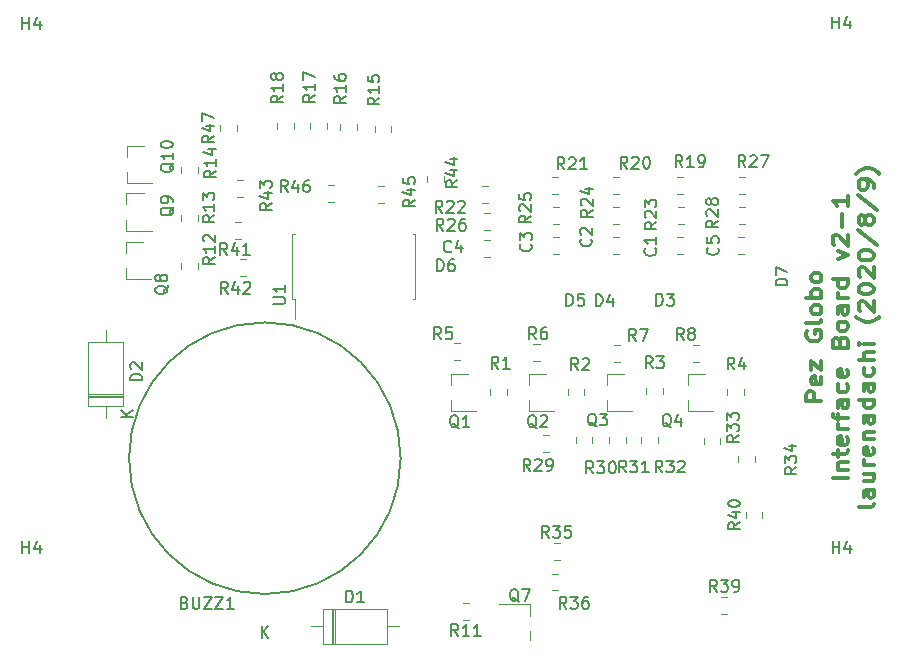
<source format=gbr>
G04 #@! TF.GenerationSoftware,KiCad,Pcbnew,(5.1.6-0-10_14)*
G04 #@! TF.CreationDate,2020-08-18T13:46:32-04:00*
G04 #@! TF.ProjectId,Pufferfish-Interface-2,50756666-6572-4666-9973-682d496e7465,rev?*
G04 #@! TF.SameCoordinates,Original*
G04 #@! TF.FileFunction,Legend,Top*
G04 #@! TF.FilePolarity,Positive*
%FSLAX46Y46*%
G04 Gerber Fmt 4.6, Leading zero omitted, Abs format (unit mm)*
G04 Created by KiCad (PCBNEW (5.1.6-0-10_14)) date 2020-08-18 13:46:32*
%MOMM*%
%LPD*%
G01*
G04 APERTURE LIST*
%ADD10C,0.300000*%
%ADD11C,0.120000*%
%ADD12C,0.203200*%
%ADD13C,0.150000*%
G04 APERTURE END LIST*
D10*
X63134443Y-34552057D02*
X61864443Y-34552057D01*
X61864443Y-33980628D01*
X61924920Y-33837771D01*
X61985396Y-33766342D01*
X62106348Y-33694914D01*
X62287777Y-33694914D01*
X62408729Y-33766342D01*
X62469205Y-33837771D01*
X62529681Y-33980628D01*
X62529681Y-34552057D01*
X63073967Y-32480628D02*
X63134443Y-32623485D01*
X63134443Y-32909200D01*
X63073967Y-33052057D01*
X62953015Y-33123485D01*
X62469205Y-33123485D01*
X62348253Y-33052057D01*
X62287777Y-32909200D01*
X62287777Y-32623485D01*
X62348253Y-32480628D01*
X62469205Y-32409200D01*
X62590158Y-32409200D01*
X62711110Y-33123485D01*
X62287777Y-31909200D02*
X62287777Y-31123485D01*
X63134443Y-31909200D01*
X63134443Y-31123485D01*
X61924920Y-28623485D02*
X61864443Y-28766342D01*
X61864443Y-28980628D01*
X61924920Y-29194914D01*
X62045872Y-29337771D01*
X62166824Y-29409200D01*
X62408729Y-29480628D01*
X62590158Y-29480628D01*
X62832062Y-29409200D01*
X62953015Y-29337771D01*
X63073967Y-29194914D01*
X63134443Y-28980628D01*
X63134443Y-28837771D01*
X63073967Y-28623485D01*
X63013491Y-28552057D01*
X62590158Y-28552057D01*
X62590158Y-28837771D01*
X63134443Y-27694914D02*
X63073967Y-27837771D01*
X62953015Y-27909200D01*
X61864443Y-27909200D01*
X63134443Y-26909200D02*
X63073967Y-27052057D01*
X63013491Y-27123485D01*
X62892539Y-27194914D01*
X62529681Y-27194914D01*
X62408729Y-27123485D01*
X62348253Y-27052057D01*
X62287777Y-26909200D01*
X62287777Y-26694914D01*
X62348253Y-26552057D01*
X62408729Y-26480628D01*
X62529681Y-26409200D01*
X62892539Y-26409200D01*
X63013491Y-26480628D01*
X63073967Y-26552057D01*
X63134443Y-26694914D01*
X63134443Y-26909200D01*
X63134443Y-25766342D02*
X61864443Y-25766342D01*
X62348253Y-25766342D02*
X62287777Y-25623485D01*
X62287777Y-25337771D01*
X62348253Y-25194914D01*
X62408729Y-25123485D01*
X62529681Y-25052057D01*
X62892539Y-25052057D01*
X63013491Y-25123485D01*
X63073967Y-25194914D01*
X63134443Y-25337771D01*
X63134443Y-25623485D01*
X63073967Y-25766342D01*
X63134443Y-24194914D02*
X63073967Y-24337771D01*
X63013491Y-24409200D01*
X62892539Y-24480628D01*
X62529681Y-24480628D01*
X62408729Y-24409200D01*
X62348253Y-24337771D01*
X62287777Y-24194914D01*
X62287777Y-23980628D01*
X62348253Y-23837771D01*
X62408729Y-23766342D01*
X62529681Y-23694914D01*
X62892539Y-23694914D01*
X63013491Y-23766342D01*
X63073967Y-23837771D01*
X63134443Y-23980628D01*
X63134443Y-24194914D01*
X65339443Y-41087771D02*
X64069443Y-41087771D01*
X64492777Y-40373485D02*
X65339443Y-40373485D01*
X64613729Y-40373485D02*
X64553253Y-40302057D01*
X64492777Y-40159200D01*
X64492777Y-39944914D01*
X64553253Y-39802057D01*
X64674205Y-39730628D01*
X65339443Y-39730628D01*
X64492777Y-39230628D02*
X64492777Y-38659200D01*
X64069443Y-39016342D02*
X65158015Y-39016342D01*
X65278967Y-38944914D01*
X65339443Y-38802057D01*
X65339443Y-38659200D01*
X65278967Y-37587771D02*
X65339443Y-37730628D01*
X65339443Y-38016342D01*
X65278967Y-38159200D01*
X65158015Y-38230628D01*
X64674205Y-38230628D01*
X64553253Y-38159200D01*
X64492777Y-38016342D01*
X64492777Y-37730628D01*
X64553253Y-37587771D01*
X64674205Y-37516342D01*
X64795158Y-37516342D01*
X64916110Y-38230628D01*
X65339443Y-36873485D02*
X64492777Y-36873485D01*
X64734681Y-36873485D02*
X64613729Y-36802057D01*
X64553253Y-36730628D01*
X64492777Y-36587771D01*
X64492777Y-36444914D01*
X64492777Y-36159200D02*
X64492777Y-35587771D01*
X65339443Y-35944914D02*
X64250872Y-35944914D01*
X64129920Y-35873485D01*
X64069443Y-35730628D01*
X64069443Y-35587771D01*
X65339443Y-34444914D02*
X64674205Y-34444914D01*
X64553253Y-34516342D01*
X64492777Y-34659200D01*
X64492777Y-34944914D01*
X64553253Y-35087771D01*
X65278967Y-34444914D02*
X65339443Y-34587771D01*
X65339443Y-34944914D01*
X65278967Y-35087771D01*
X65158015Y-35159200D01*
X65037062Y-35159200D01*
X64916110Y-35087771D01*
X64855634Y-34944914D01*
X64855634Y-34587771D01*
X64795158Y-34444914D01*
X65278967Y-33087771D02*
X65339443Y-33230628D01*
X65339443Y-33516342D01*
X65278967Y-33659200D01*
X65218491Y-33730628D01*
X65097539Y-33802057D01*
X64734681Y-33802057D01*
X64613729Y-33730628D01*
X64553253Y-33659200D01*
X64492777Y-33516342D01*
X64492777Y-33230628D01*
X64553253Y-33087771D01*
X65278967Y-31873485D02*
X65339443Y-32016342D01*
X65339443Y-32302057D01*
X65278967Y-32444914D01*
X65158015Y-32516342D01*
X64674205Y-32516342D01*
X64553253Y-32444914D01*
X64492777Y-32302057D01*
X64492777Y-32016342D01*
X64553253Y-31873485D01*
X64674205Y-31802057D01*
X64795158Y-31802057D01*
X64916110Y-32516342D01*
X64674205Y-29516342D02*
X64734681Y-29302057D01*
X64795158Y-29230628D01*
X64916110Y-29159200D01*
X65097539Y-29159200D01*
X65218491Y-29230628D01*
X65278967Y-29302057D01*
X65339443Y-29444914D01*
X65339443Y-30016342D01*
X64069443Y-30016342D01*
X64069443Y-29516342D01*
X64129920Y-29373485D01*
X64190396Y-29302057D01*
X64311348Y-29230628D01*
X64432300Y-29230628D01*
X64553253Y-29302057D01*
X64613729Y-29373485D01*
X64674205Y-29516342D01*
X64674205Y-30016342D01*
X65339443Y-28302057D02*
X65278967Y-28444914D01*
X65218491Y-28516342D01*
X65097539Y-28587771D01*
X64734681Y-28587771D01*
X64613729Y-28516342D01*
X64553253Y-28444914D01*
X64492777Y-28302057D01*
X64492777Y-28087771D01*
X64553253Y-27944914D01*
X64613729Y-27873485D01*
X64734681Y-27802057D01*
X65097539Y-27802057D01*
X65218491Y-27873485D01*
X65278967Y-27944914D01*
X65339443Y-28087771D01*
X65339443Y-28302057D01*
X65339443Y-26516342D02*
X64674205Y-26516342D01*
X64553253Y-26587771D01*
X64492777Y-26730628D01*
X64492777Y-27016342D01*
X64553253Y-27159200D01*
X65278967Y-26516342D02*
X65339443Y-26659200D01*
X65339443Y-27016342D01*
X65278967Y-27159200D01*
X65158015Y-27230628D01*
X65037062Y-27230628D01*
X64916110Y-27159200D01*
X64855634Y-27016342D01*
X64855634Y-26659200D01*
X64795158Y-26516342D01*
X65339443Y-25802057D02*
X64492777Y-25802057D01*
X64734681Y-25802057D02*
X64613729Y-25730628D01*
X64553253Y-25659200D01*
X64492777Y-25516342D01*
X64492777Y-25373485D01*
X65339443Y-24230628D02*
X64069443Y-24230628D01*
X65278967Y-24230628D02*
X65339443Y-24373485D01*
X65339443Y-24659200D01*
X65278967Y-24802057D01*
X65218491Y-24873485D01*
X65097539Y-24944914D01*
X64734681Y-24944914D01*
X64613729Y-24873485D01*
X64553253Y-24802057D01*
X64492777Y-24659200D01*
X64492777Y-24373485D01*
X64553253Y-24230628D01*
X64492777Y-22516342D02*
X65339443Y-22159200D01*
X64492777Y-21802057D01*
X64190396Y-21302057D02*
X64129920Y-21230628D01*
X64069443Y-21087771D01*
X64069443Y-20730628D01*
X64129920Y-20587771D01*
X64190396Y-20516342D01*
X64311348Y-20444914D01*
X64432300Y-20444914D01*
X64613729Y-20516342D01*
X65339443Y-21373485D01*
X65339443Y-20444914D01*
X64855634Y-19802057D02*
X64855634Y-18659200D01*
X65339443Y-17159200D02*
X65339443Y-18016342D01*
X65339443Y-17587771D02*
X64069443Y-17587771D01*
X64250872Y-17730628D01*
X64371824Y-17873485D01*
X64432300Y-18016342D01*
X67544443Y-43266342D02*
X67483967Y-43409200D01*
X67363015Y-43480628D01*
X66274443Y-43480628D01*
X67544443Y-42052057D02*
X66879205Y-42052057D01*
X66758253Y-42123485D01*
X66697777Y-42266342D01*
X66697777Y-42552057D01*
X66758253Y-42694914D01*
X67483967Y-42052057D02*
X67544443Y-42194914D01*
X67544443Y-42552057D01*
X67483967Y-42694914D01*
X67363015Y-42766342D01*
X67242062Y-42766342D01*
X67121110Y-42694914D01*
X67060634Y-42552057D01*
X67060634Y-42194914D01*
X67000158Y-42052057D01*
X66697777Y-40694914D02*
X67544443Y-40694914D01*
X66697777Y-41337771D02*
X67363015Y-41337771D01*
X67483967Y-41266342D01*
X67544443Y-41123485D01*
X67544443Y-40909200D01*
X67483967Y-40766342D01*
X67423491Y-40694914D01*
X67544443Y-39980628D02*
X66697777Y-39980628D01*
X66939681Y-39980628D02*
X66818729Y-39909200D01*
X66758253Y-39837771D01*
X66697777Y-39694914D01*
X66697777Y-39552057D01*
X67483967Y-38480628D02*
X67544443Y-38623485D01*
X67544443Y-38909200D01*
X67483967Y-39052057D01*
X67363015Y-39123485D01*
X66879205Y-39123485D01*
X66758253Y-39052057D01*
X66697777Y-38909200D01*
X66697777Y-38623485D01*
X66758253Y-38480628D01*
X66879205Y-38409200D01*
X67000158Y-38409200D01*
X67121110Y-39123485D01*
X66697777Y-37766342D02*
X67544443Y-37766342D01*
X66818729Y-37766342D02*
X66758253Y-37694914D01*
X66697777Y-37552057D01*
X66697777Y-37337771D01*
X66758253Y-37194914D01*
X66879205Y-37123485D01*
X67544443Y-37123485D01*
X67544443Y-35766342D02*
X66879205Y-35766342D01*
X66758253Y-35837771D01*
X66697777Y-35980628D01*
X66697777Y-36266342D01*
X66758253Y-36409200D01*
X67483967Y-35766342D02*
X67544443Y-35909200D01*
X67544443Y-36266342D01*
X67483967Y-36409200D01*
X67363015Y-36480628D01*
X67242062Y-36480628D01*
X67121110Y-36409200D01*
X67060634Y-36266342D01*
X67060634Y-35909200D01*
X67000158Y-35766342D01*
X67544443Y-34409200D02*
X66274443Y-34409200D01*
X67483967Y-34409200D02*
X67544443Y-34552057D01*
X67544443Y-34837771D01*
X67483967Y-34980628D01*
X67423491Y-35052057D01*
X67302539Y-35123485D01*
X66939681Y-35123485D01*
X66818729Y-35052057D01*
X66758253Y-34980628D01*
X66697777Y-34837771D01*
X66697777Y-34552057D01*
X66758253Y-34409200D01*
X67544443Y-33052057D02*
X66879205Y-33052057D01*
X66758253Y-33123485D01*
X66697777Y-33266342D01*
X66697777Y-33552057D01*
X66758253Y-33694914D01*
X67483967Y-33052057D02*
X67544443Y-33194914D01*
X67544443Y-33552057D01*
X67483967Y-33694914D01*
X67363015Y-33766342D01*
X67242062Y-33766342D01*
X67121110Y-33694914D01*
X67060634Y-33552057D01*
X67060634Y-33194914D01*
X67000158Y-33052057D01*
X67483967Y-31694914D02*
X67544443Y-31837771D01*
X67544443Y-32123485D01*
X67483967Y-32266342D01*
X67423491Y-32337771D01*
X67302539Y-32409200D01*
X66939681Y-32409200D01*
X66818729Y-32337771D01*
X66758253Y-32266342D01*
X66697777Y-32123485D01*
X66697777Y-31837771D01*
X66758253Y-31694914D01*
X67544443Y-31052057D02*
X66274443Y-31052057D01*
X67544443Y-30409200D02*
X66879205Y-30409200D01*
X66758253Y-30480628D01*
X66697777Y-30623485D01*
X66697777Y-30837771D01*
X66758253Y-30980628D01*
X66818729Y-31052057D01*
X67544443Y-29694914D02*
X66697777Y-29694914D01*
X66274443Y-29694914D02*
X66334920Y-29766342D01*
X66395396Y-29694914D01*
X66334920Y-29623485D01*
X66274443Y-29694914D01*
X66395396Y-29694914D01*
X68028253Y-27409200D02*
X67967777Y-27480628D01*
X67786348Y-27623485D01*
X67665396Y-27694914D01*
X67483967Y-27766342D01*
X67181586Y-27837771D01*
X66939681Y-27837771D01*
X66637300Y-27766342D01*
X66455872Y-27694914D01*
X66334920Y-27623485D01*
X66153491Y-27480628D01*
X66093015Y-27409200D01*
X66395396Y-26909200D02*
X66334920Y-26837771D01*
X66274443Y-26694914D01*
X66274443Y-26337771D01*
X66334920Y-26194914D01*
X66395396Y-26123485D01*
X66516348Y-26052057D01*
X66637300Y-26052057D01*
X66818729Y-26123485D01*
X67544443Y-26980628D01*
X67544443Y-26052057D01*
X66274443Y-25123485D02*
X66274443Y-24980628D01*
X66334920Y-24837771D01*
X66395396Y-24766342D01*
X66516348Y-24694914D01*
X66758253Y-24623485D01*
X67060634Y-24623485D01*
X67302539Y-24694914D01*
X67423491Y-24766342D01*
X67483967Y-24837771D01*
X67544443Y-24980628D01*
X67544443Y-25123485D01*
X67483967Y-25266342D01*
X67423491Y-25337771D01*
X67302539Y-25409200D01*
X67060634Y-25480628D01*
X66758253Y-25480628D01*
X66516348Y-25409200D01*
X66395396Y-25337771D01*
X66334920Y-25266342D01*
X66274443Y-25123485D01*
X66395396Y-24052057D02*
X66334920Y-23980628D01*
X66274443Y-23837771D01*
X66274443Y-23480628D01*
X66334920Y-23337771D01*
X66395396Y-23266342D01*
X66516348Y-23194914D01*
X66637300Y-23194914D01*
X66818729Y-23266342D01*
X67544443Y-24123485D01*
X67544443Y-23194914D01*
X66274443Y-22266342D02*
X66274443Y-22123485D01*
X66334920Y-21980628D01*
X66395396Y-21909200D01*
X66516348Y-21837771D01*
X66758253Y-21766342D01*
X67060634Y-21766342D01*
X67302539Y-21837771D01*
X67423491Y-21909200D01*
X67483967Y-21980628D01*
X67544443Y-22123485D01*
X67544443Y-22266342D01*
X67483967Y-22409200D01*
X67423491Y-22480628D01*
X67302539Y-22552057D01*
X67060634Y-22623485D01*
X66758253Y-22623485D01*
X66516348Y-22552057D01*
X66395396Y-22480628D01*
X66334920Y-22409200D01*
X66274443Y-22266342D01*
X66213967Y-20052057D02*
X67846824Y-21337771D01*
X66818729Y-19337771D02*
X66758253Y-19480628D01*
X66697777Y-19552057D01*
X66576824Y-19623485D01*
X66516348Y-19623485D01*
X66395396Y-19552057D01*
X66334920Y-19480628D01*
X66274443Y-19337771D01*
X66274443Y-19052057D01*
X66334920Y-18909200D01*
X66395396Y-18837771D01*
X66516348Y-18766342D01*
X66576824Y-18766342D01*
X66697777Y-18837771D01*
X66758253Y-18909200D01*
X66818729Y-19052057D01*
X66818729Y-19337771D01*
X66879205Y-19480628D01*
X66939681Y-19552057D01*
X67060634Y-19623485D01*
X67302539Y-19623485D01*
X67423491Y-19552057D01*
X67483967Y-19480628D01*
X67544443Y-19337771D01*
X67544443Y-19052057D01*
X67483967Y-18909200D01*
X67423491Y-18837771D01*
X67302539Y-18766342D01*
X67060634Y-18766342D01*
X66939681Y-18837771D01*
X66879205Y-18909200D01*
X66818729Y-19052057D01*
X66213967Y-17052057D02*
X67846824Y-18337771D01*
X67544443Y-16480628D02*
X67544443Y-16194914D01*
X67483967Y-16052057D01*
X67423491Y-15980628D01*
X67242062Y-15837771D01*
X67000158Y-15766342D01*
X66516348Y-15766342D01*
X66395396Y-15837771D01*
X66334920Y-15909200D01*
X66274443Y-16052057D01*
X66274443Y-16337771D01*
X66334920Y-16480628D01*
X66395396Y-16552057D01*
X66516348Y-16623485D01*
X66818729Y-16623485D01*
X66939681Y-16552057D01*
X67000158Y-16480628D01*
X67060634Y-16337771D01*
X67060634Y-16052057D01*
X67000158Y-15909200D01*
X66939681Y-15837771D01*
X66818729Y-15766342D01*
X68028253Y-15266342D02*
X67967777Y-15194914D01*
X67786348Y-15052057D01*
X67665396Y-14980628D01*
X67483967Y-14909200D01*
X67181586Y-14837771D01*
X66939681Y-14837771D01*
X66637300Y-14909200D01*
X66455872Y-14980628D01*
X66334920Y-15052057D01*
X66153491Y-15194914D01*
X66093015Y-15266342D01*
D11*
X38442000Y-51740000D02*
X38442000Y-52690000D01*
X35842000Y-51740000D02*
X38442000Y-51740000D01*
X38442000Y-53990000D02*
X38442000Y-54790000D01*
X18520480Y-25909560D02*
X18520480Y-27599560D01*
X18315480Y-25909560D02*
X18520480Y-25909560D01*
X18315480Y-23149560D02*
X18315480Y-25909560D01*
X18315480Y-20389560D02*
X18520480Y-20389560D01*
X18315480Y-23149560D02*
X18315480Y-20389560D01*
X28735480Y-25909560D02*
X28530480Y-25909560D01*
X28735480Y-23149560D02*
X28735480Y-25909560D01*
X28735480Y-20389560D02*
X28530480Y-20389560D01*
X28735480Y-23149560D02*
X28735480Y-20389560D01*
X56646578Y-18086000D02*
X56129422Y-18086000D01*
X56646578Y-19506000D02*
X56129422Y-19506000D01*
X56129422Y-15546000D02*
X56646578Y-15546000D01*
X56129422Y-16966000D02*
X56646578Y-16966000D01*
X35056578Y-18594000D02*
X34539422Y-18594000D01*
X35056578Y-20014000D02*
X34539422Y-20014000D01*
X40898578Y-18086000D02*
X40381422Y-18086000D01*
X40898578Y-19506000D02*
X40381422Y-19506000D01*
X45978578Y-19506000D02*
X45461422Y-19506000D01*
X45978578Y-18086000D02*
X45461422Y-18086000D01*
X51488078Y-18086000D02*
X50970922Y-18086000D01*
X51488078Y-19506000D02*
X50970922Y-19506000D01*
X34363922Y-16308000D02*
X34881078Y-16308000D01*
X34363922Y-17728000D02*
X34881078Y-17728000D01*
X40302922Y-15546000D02*
X40820078Y-15546000D01*
X40302922Y-16966000D02*
X40820078Y-16966000D01*
X45461422Y-16966000D02*
X45978578Y-16966000D01*
X45461422Y-15546000D02*
X45978578Y-15546000D01*
X50873922Y-16966000D02*
X51391078Y-16966000D01*
X50873922Y-15546000D02*
X51391078Y-15546000D01*
X18436660Y-11003782D02*
X18436660Y-11520938D01*
X17016660Y-11003782D02*
X17016660Y-11520938D01*
X19810660Y-11003782D02*
X19810660Y-11520938D01*
X21230660Y-11003782D02*
X21230660Y-11520938D01*
X23770660Y-11082282D02*
X23770660Y-11599438D01*
X22350660Y-11082282D02*
X22350660Y-11599438D01*
X25299600Y-11214842D02*
X25299600Y-11731998D01*
X26719600Y-11214842D02*
X26719600Y-11731998D01*
X8942000Y-15244578D02*
X8942000Y-14727422D01*
X10362000Y-15244578D02*
X10362000Y-14727422D01*
X10362000Y-19308578D02*
X10362000Y-18791422D01*
X8942000Y-19308578D02*
X8942000Y-18791422D01*
X8942000Y-23372578D02*
X8942000Y-22855422D01*
X10362000Y-23372578D02*
X10362000Y-22855422D01*
X33278578Y-51614000D02*
X32761422Y-51614000D01*
X33278578Y-53034000D02*
X32761422Y-53034000D01*
X52757598Y-31190000D02*
X52240442Y-31190000D01*
X52757598Y-29770000D02*
X52240442Y-29770000D01*
X46057078Y-29808100D02*
X45539922Y-29808100D01*
X46057078Y-31228100D02*
X45539922Y-31228100D01*
X39267898Y-31149360D02*
X38750742Y-31149360D01*
X39267898Y-29729360D02*
X38750742Y-29729360D01*
X32506658Y-29650620D02*
X31989502Y-29650620D01*
X32506658Y-31070620D02*
X31989502Y-31070620D01*
X56590000Y-34040578D02*
X56590000Y-33523422D01*
X55170000Y-34040578D02*
X55170000Y-33523422D01*
X48266280Y-33933898D02*
X48266280Y-33416742D01*
X49686280Y-33933898D02*
X49686280Y-33416742D01*
X43051800Y-34040578D02*
X43051800Y-33523422D01*
X41631800Y-34040578D02*
X41631800Y-33523422D01*
X35104000Y-34040578D02*
X35104000Y-33523422D01*
X36524000Y-34040578D02*
X36524000Y-33523422D01*
X4320000Y-12898000D02*
X4320000Y-13828000D01*
X4320000Y-16058000D02*
X4320000Y-15128000D01*
X4320000Y-16058000D02*
X6480000Y-16058000D01*
X4320000Y-12898000D02*
X5780000Y-12898000D01*
X4287740Y-16941720D02*
X4287740Y-17871720D01*
X4287740Y-20101720D02*
X4287740Y-19171720D01*
X4287740Y-20101720D02*
X6447740Y-20101720D01*
X4287740Y-16941720D02*
X5747740Y-16941720D01*
X4210780Y-21036160D02*
X5670780Y-21036160D01*
X4210780Y-24196160D02*
X6370780Y-24196160D01*
X4210780Y-24196160D02*
X4210780Y-23266160D01*
X4210780Y-21036160D02*
X4210780Y-21966160D01*
X51818000Y-32202000D02*
X51818000Y-33132000D01*
X51818000Y-35362000D02*
X51818000Y-34432000D01*
X51818000Y-35362000D02*
X53978000Y-35362000D01*
X51818000Y-32202000D02*
X53278000Y-32202000D01*
X44960000Y-32202000D02*
X46420000Y-32202000D01*
X44960000Y-35362000D02*
X47120000Y-35362000D01*
X44960000Y-35362000D02*
X44960000Y-34432000D01*
X44960000Y-32202000D02*
X44960000Y-33132000D01*
X38356000Y-32202000D02*
X38356000Y-33132000D01*
X38356000Y-35362000D02*
X38356000Y-34432000D01*
X38356000Y-35362000D02*
X40516000Y-35362000D01*
X38356000Y-32202000D02*
X39816000Y-32202000D01*
X31752000Y-32202000D02*
X33212000Y-32202000D01*
X31752000Y-35362000D02*
X33912000Y-35362000D01*
X31752000Y-35362000D02*
X31752000Y-34432000D01*
X31752000Y-32202000D02*
X31752000Y-33132000D01*
X1070000Y-34978000D02*
X4010000Y-34978000D01*
X4010000Y-34978000D02*
X4010000Y-29538000D01*
X4010000Y-29538000D02*
X1070000Y-29538000D01*
X1070000Y-29538000D02*
X1070000Y-34978000D01*
X2540000Y-35998000D02*
X2540000Y-34978000D01*
X2540000Y-28518000D02*
X2540000Y-29538000D01*
X1070000Y-34078000D02*
X4010000Y-34078000D01*
X1070000Y-33958000D02*
X4010000Y-33958000D01*
X1070000Y-34198000D02*
X4010000Y-34198000D01*
X21682000Y-52124000D02*
X21682000Y-55064000D01*
X21922000Y-52124000D02*
X21922000Y-55064000D01*
X21802000Y-52124000D02*
X21802000Y-55064000D01*
X27362000Y-53594000D02*
X26342000Y-53594000D01*
X19882000Y-53594000D02*
X20902000Y-53594000D01*
X26342000Y-52124000D02*
X20902000Y-52124000D01*
X26342000Y-55064000D02*
X26342000Y-52124000D01*
X20902000Y-55064000D02*
X26342000Y-55064000D01*
X20902000Y-52124000D02*
X20902000Y-55064000D01*
X56050922Y-22046000D02*
X56568078Y-22046000D01*
X56050922Y-20626000D02*
X56568078Y-20626000D01*
X34539422Y-22300000D02*
X35056578Y-22300000D01*
X34539422Y-20880000D02*
X35056578Y-20880000D01*
X40381422Y-22046000D02*
X40898578Y-22046000D01*
X40381422Y-20626000D02*
X40898578Y-20626000D01*
X45461422Y-20626000D02*
X45978578Y-20626000D01*
X45461422Y-22046000D02*
X45978578Y-22046000D01*
X50873922Y-20626000D02*
X51391078Y-20626000D01*
X50873922Y-22046000D02*
X51391078Y-22046000D01*
X39540682Y-37430640D02*
X40057838Y-37430640D01*
X39540682Y-38850640D02*
X40057838Y-38850640D01*
X43742680Y-37605202D02*
X43742680Y-38122358D01*
X42322680Y-37605202D02*
X42322680Y-38122358D01*
X46567160Y-37605202D02*
X46567160Y-38122358D01*
X45147160Y-37605202D02*
X45147160Y-38122358D01*
X49262100Y-37605202D02*
X49262100Y-38122358D01*
X47842100Y-37605202D02*
X47842100Y-38122358D01*
X54568160Y-37691562D02*
X54568160Y-38208718D01*
X53148160Y-37691562D02*
X53148160Y-38208718D01*
X57524720Y-39156902D02*
X57524720Y-39674058D01*
X56104720Y-39156902D02*
X56104720Y-39674058D01*
X40445162Y-46572100D02*
X40962318Y-46572100D01*
X40445162Y-47992100D02*
X40962318Y-47992100D01*
X40863018Y-50560040D02*
X40345862Y-50560040D01*
X40863018Y-49140040D02*
X40345862Y-49140040D01*
X54646062Y-51164420D02*
X55163218Y-51164420D01*
X54646062Y-52584420D02*
X55163218Y-52584420D01*
X56711780Y-44426638D02*
X56711780Y-43909482D01*
X58131780Y-44426638D02*
X58131780Y-43909482D01*
X13984738Y-20786160D02*
X13467582Y-20786160D01*
X13984738Y-19366160D02*
X13467582Y-19366160D01*
X14378438Y-23905280D02*
X13861282Y-23905280D01*
X14378438Y-22485280D02*
X13861282Y-22485280D01*
X14177778Y-17265720D02*
X13660622Y-17265720D01*
X14177778Y-15845720D02*
X13660622Y-15845720D01*
X29726820Y-15956018D02*
X29726820Y-15438862D01*
X31146820Y-15956018D02*
X31146820Y-15438862D01*
X26072598Y-17761020D02*
X25555442Y-17761020D01*
X26072598Y-16341020D02*
X25555442Y-16341020D01*
X21866358Y-17669580D02*
X21349202Y-17669580D01*
X21866358Y-16249580D02*
X21349202Y-16249580D01*
X12190660Y-11683738D02*
X12190660Y-11166582D01*
X13610660Y-11683738D02*
X13610660Y-11166582D01*
D12*
X27502000Y-39370000D02*
G75*
G03*
X27502000Y-39370000I-11500000J0D01*
G01*
D13*
X-4523644Y-3028320D02*
X-4523644Y-2028320D01*
X-4523644Y-2504511D02*
X-3952216Y-2504511D01*
X-3952216Y-3028320D02*
X-3952216Y-2028320D01*
X-3047454Y-2361654D02*
X-3047454Y-3028320D01*
X-3285549Y-1980701D02*
X-3523644Y-2694987D01*
X-2904597Y-2694987D01*
X-4521104Y-47422440D02*
X-4521104Y-46422440D01*
X-4521104Y-46898631D02*
X-3949676Y-46898631D01*
X-3949676Y-47422440D02*
X-3949676Y-46422440D01*
X-3044914Y-46755774D02*
X-3044914Y-47422440D01*
X-3283009Y-46374821D02*
X-3521104Y-47089107D01*
X-2902057Y-47089107D01*
X64066515Y-47412280D02*
X64066515Y-46412280D01*
X64066515Y-46888471D02*
X64637943Y-46888471D01*
X64637943Y-47412280D02*
X64637943Y-46412280D01*
X65542705Y-46745614D02*
X65542705Y-47412280D01*
X65304610Y-46364661D02*
X65066515Y-47078947D01*
X65685562Y-47078947D01*
X64046195Y-2987680D02*
X64046195Y-1987680D01*
X64046195Y-2463871D02*
X64617623Y-2463871D01*
X64617623Y-2987680D02*
X64617623Y-1987680D01*
X65522385Y-2321014D02*
X65522385Y-2987680D01*
X65284290Y-1940061D02*
X65046195Y-2654347D01*
X65665242Y-2654347D01*
X37496761Y-51537619D02*
X37401523Y-51490000D01*
X37306285Y-51394761D01*
X37163428Y-51251904D01*
X37068190Y-51204285D01*
X36972952Y-51204285D01*
X37020571Y-51442380D02*
X36925333Y-51394761D01*
X36830095Y-51299523D01*
X36782476Y-51109047D01*
X36782476Y-50775714D01*
X36830095Y-50585238D01*
X36925333Y-50490000D01*
X37020571Y-50442380D01*
X37211047Y-50442380D01*
X37306285Y-50490000D01*
X37401523Y-50585238D01*
X37449142Y-50775714D01*
X37449142Y-51109047D01*
X37401523Y-51299523D01*
X37306285Y-51394761D01*
X37211047Y-51442380D01*
X37020571Y-51442380D01*
X37782476Y-50442380D02*
X38449142Y-50442380D01*
X38020571Y-51442380D01*
X16721840Y-26288904D02*
X17531364Y-26288904D01*
X17626602Y-26241285D01*
X17674221Y-26193666D01*
X17721840Y-26098428D01*
X17721840Y-25907952D01*
X17674221Y-25812714D01*
X17626602Y-25765095D01*
X17531364Y-25717476D01*
X16721840Y-25717476D01*
X17721840Y-24717476D02*
X17721840Y-25288904D01*
X17721840Y-25003190D02*
X16721840Y-25003190D01*
X16864698Y-25098428D01*
X16959936Y-25193666D01*
X17007555Y-25288904D01*
X54379120Y-19250897D02*
X53902930Y-19584230D01*
X54379120Y-19822325D02*
X53379120Y-19822325D01*
X53379120Y-19441373D01*
X53426740Y-19346135D01*
X53474359Y-19298516D01*
X53569597Y-19250897D01*
X53712454Y-19250897D01*
X53807692Y-19298516D01*
X53855311Y-19346135D01*
X53902930Y-19441373D01*
X53902930Y-19822325D01*
X53474359Y-18869944D02*
X53426740Y-18822325D01*
X53379120Y-18727087D01*
X53379120Y-18488992D01*
X53426740Y-18393754D01*
X53474359Y-18346135D01*
X53569597Y-18298516D01*
X53664835Y-18298516D01*
X53807692Y-18346135D01*
X54379120Y-18917563D01*
X54379120Y-18298516D01*
X53807692Y-17727087D02*
X53760073Y-17822325D01*
X53712454Y-17869944D01*
X53617216Y-17917563D01*
X53569597Y-17917563D01*
X53474359Y-17869944D01*
X53426740Y-17822325D01*
X53379120Y-17727087D01*
X53379120Y-17536611D01*
X53426740Y-17441373D01*
X53474359Y-17393754D01*
X53569597Y-17346135D01*
X53617216Y-17346135D01*
X53712454Y-17393754D01*
X53760073Y-17441373D01*
X53807692Y-17536611D01*
X53807692Y-17727087D01*
X53855311Y-17822325D01*
X53902930Y-17869944D01*
X53998168Y-17917563D01*
X54188644Y-17917563D01*
X54283882Y-17869944D01*
X54331501Y-17822325D01*
X54379120Y-17727087D01*
X54379120Y-17536611D01*
X54331501Y-17441373D01*
X54283882Y-17393754D01*
X54188644Y-17346135D01*
X53998168Y-17346135D01*
X53902930Y-17393754D01*
X53855311Y-17441373D01*
X53807692Y-17536611D01*
X56697642Y-14724640D02*
X56364309Y-14248450D01*
X56126214Y-14724640D02*
X56126214Y-13724640D01*
X56507166Y-13724640D01*
X56602404Y-13772260D01*
X56650023Y-13819879D01*
X56697642Y-13915117D01*
X56697642Y-14057974D01*
X56650023Y-14153212D01*
X56602404Y-14200831D01*
X56507166Y-14248450D01*
X56126214Y-14248450D01*
X57078595Y-13819879D02*
X57126214Y-13772260D01*
X57221452Y-13724640D01*
X57459547Y-13724640D01*
X57554785Y-13772260D01*
X57602404Y-13819879D01*
X57650023Y-13915117D01*
X57650023Y-14010355D01*
X57602404Y-14153212D01*
X57030976Y-14724640D01*
X57650023Y-14724640D01*
X57983357Y-13724640D02*
X58650023Y-13724640D01*
X58221452Y-14724640D01*
X31122382Y-20106900D02*
X30789049Y-19630710D01*
X30550954Y-20106900D02*
X30550954Y-19106900D01*
X30931906Y-19106900D01*
X31027144Y-19154520D01*
X31074763Y-19202139D01*
X31122382Y-19297377D01*
X31122382Y-19440234D01*
X31074763Y-19535472D01*
X31027144Y-19583091D01*
X30931906Y-19630710D01*
X30550954Y-19630710D01*
X31503335Y-19202139D02*
X31550954Y-19154520D01*
X31646192Y-19106900D01*
X31884287Y-19106900D01*
X31979525Y-19154520D01*
X32027144Y-19202139D01*
X32074763Y-19297377D01*
X32074763Y-19392615D01*
X32027144Y-19535472D01*
X31455716Y-20106900D01*
X32074763Y-20106900D01*
X32931906Y-19106900D02*
X32741430Y-19106900D01*
X32646192Y-19154520D01*
X32598573Y-19202139D01*
X32503335Y-19344996D01*
X32455716Y-19535472D01*
X32455716Y-19916424D01*
X32503335Y-20011662D01*
X32550954Y-20059281D01*
X32646192Y-20106900D01*
X32836668Y-20106900D01*
X32931906Y-20059281D01*
X32979525Y-20011662D01*
X33027144Y-19916424D01*
X33027144Y-19678329D01*
X32979525Y-19583091D01*
X32931906Y-19535472D01*
X32836668Y-19487853D01*
X32646192Y-19487853D01*
X32550954Y-19535472D01*
X32503335Y-19583091D01*
X32455716Y-19678329D01*
X38539680Y-18839417D02*
X38063490Y-19172750D01*
X38539680Y-19410845D02*
X37539680Y-19410845D01*
X37539680Y-19029893D01*
X37587300Y-18934655D01*
X37634919Y-18887036D01*
X37730157Y-18839417D01*
X37873014Y-18839417D01*
X37968252Y-18887036D01*
X38015871Y-18934655D01*
X38063490Y-19029893D01*
X38063490Y-19410845D01*
X37634919Y-18458464D02*
X37587300Y-18410845D01*
X37539680Y-18315607D01*
X37539680Y-18077512D01*
X37587300Y-17982274D01*
X37634919Y-17934655D01*
X37730157Y-17887036D01*
X37825395Y-17887036D01*
X37968252Y-17934655D01*
X38539680Y-18506083D01*
X38539680Y-17887036D01*
X37539680Y-16982274D02*
X37539680Y-17458464D01*
X38015871Y-17506083D01*
X37968252Y-17458464D01*
X37920633Y-17363226D01*
X37920633Y-17125131D01*
X37968252Y-17029893D01*
X38015871Y-16982274D01*
X38111109Y-16934655D01*
X38349204Y-16934655D01*
X38444442Y-16982274D01*
X38492061Y-17029893D01*
X38539680Y-17125131D01*
X38539680Y-17363226D01*
X38492061Y-17458464D01*
X38444442Y-17506083D01*
X43751760Y-18349197D02*
X43275570Y-18682530D01*
X43751760Y-18920625D02*
X42751760Y-18920625D01*
X42751760Y-18539673D01*
X42799380Y-18444435D01*
X42846999Y-18396816D01*
X42942237Y-18349197D01*
X43085094Y-18349197D01*
X43180332Y-18396816D01*
X43227951Y-18444435D01*
X43275570Y-18539673D01*
X43275570Y-18920625D01*
X42846999Y-17968244D02*
X42799380Y-17920625D01*
X42751760Y-17825387D01*
X42751760Y-17587292D01*
X42799380Y-17492054D01*
X42846999Y-17444435D01*
X42942237Y-17396816D01*
X43037475Y-17396816D01*
X43180332Y-17444435D01*
X43751760Y-18015863D01*
X43751760Y-17396816D01*
X43085094Y-16539673D02*
X43751760Y-16539673D01*
X42704141Y-16777768D02*
X43418427Y-17015863D01*
X43418427Y-16396816D01*
X49164500Y-19380437D02*
X48688310Y-19713770D01*
X49164500Y-19951865D02*
X48164500Y-19951865D01*
X48164500Y-19570913D01*
X48212120Y-19475675D01*
X48259739Y-19428056D01*
X48354977Y-19380437D01*
X48497834Y-19380437D01*
X48593072Y-19428056D01*
X48640691Y-19475675D01*
X48688310Y-19570913D01*
X48688310Y-19951865D01*
X48259739Y-18999484D02*
X48212120Y-18951865D01*
X48164500Y-18856627D01*
X48164500Y-18618532D01*
X48212120Y-18523294D01*
X48259739Y-18475675D01*
X48354977Y-18428056D01*
X48450215Y-18428056D01*
X48593072Y-18475675D01*
X49164500Y-19047103D01*
X49164500Y-18428056D01*
X48164500Y-18094722D02*
X48164500Y-17475675D01*
X48545453Y-17809008D01*
X48545453Y-17666151D01*
X48593072Y-17570913D01*
X48640691Y-17523294D01*
X48735929Y-17475675D01*
X48974024Y-17475675D01*
X49069262Y-17523294D01*
X49116881Y-17570913D01*
X49164500Y-17666151D01*
X49164500Y-17951865D01*
X49116881Y-18047103D01*
X49069262Y-18094722D01*
X31030942Y-18580360D02*
X30697609Y-18104170D01*
X30459514Y-18580360D02*
X30459514Y-17580360D01*
X30840466Y-17580360D01*
X30935704Y-17627980D01*
X30983323Y-17675599D01*
X31030942Y-17770837D01*
X31030942Y-17913694D01*
X30983323Y-18008932D01*
X30935704Y-18056551D01*
X30840466Y-18104170D01*
X30459514Y-18104170D01*
X31411895Y-17675599D02*
X31459514Y-17627980D01*
X31554752Y-17580360D01*
X31792847Y-17580360D01*
X31888085Y-17627980D01*
X31935704Y-17675599D01*
X31983323Y-17770837D01*
X31983323Y-17866075D01*
X31935704Y-18008932D01*
X31364276Y-18580360D01*
X31983323Y-18580360D01*
X32364276Y-17675599D02*
X32411895Y-17627980D01*
X32507133Y-17580360D01*
X32745228Y-17580360D01*
X32840466Y-17627980D01*
X32888085Y-17675599D01*
X32935704Y-17770837D01*
X32935704Y-17866075D01*
X32888085Y-18008932D01*
X32316657Y-18580360D01*
X32935704Y-18580360D01*
X41368742Y-14910060D02*
X41035409Y-14433870D01*
X40797314Y-14910060D02*
X40797314Y-13910060D01*
X41178266Y-13910060D01*
X41273504Y-13957680D01*
X41321123Y-14005299D01*
X41368742Y-14100537D01*
X41368742Y-14243394D01*
X41321123Y-14338632D01*
X41273504Y-14386251D01*
X41178266Y-14433870D01*
X40797314Y-14433870D01*
X41749695Y-14005299D02*
X41797314Y-13957680D01*
X41892552Y-13910060D01*
X42130647Y-13910060D01*
X42225885Y-13957680D01*
X42273504Y-14005299D01*
X42321123Y-14100537D01*
X42321123Y-14195775D01*
X42273504Y-14338632D01*
X41702076Y-14910060D01*
X42321123Y-14910060D01*
X43273504Y-14910060D02*
X42702076Y-14910060D01*
X42987790Y-14910060D02*
X42987790Y-13910060D01*
X42892552Y-14052918D01*
X42797314Y-14148156D01*
X42702076Y-14195775D01*
X46702742Y-14846560D02*
X46369409Y-14370370D01*
X46131314Y-14846560D02*
X46131314Y-13846560D01*
X46512266Y-13846560D01*
X46607504Y-13894180D01*
X46655123Y-13941799D01*
X46702742Y-14037037D01*
X46702742Y-14179894D01*
X46655123Y-14275132D01*
X46607504Y-14322751D01*
X46512266Y-14370370D01*
X46131314Y-14370370D01*
X47083695Y-13941799D02*
X47131314Y-13894180D01*
X47226552Y-13846560D01*
X47464647Y-13846560D01*
X47559885Y-13894180D01*
X47607504Y-13941799D01*
X47655123Y-14037037D01*
X47655123Y-14132275D01*
X47607504Y-14275132D01*
X47036076Y-14846560D01*
X47655123Y-14846560D01*
X48274171Y-13846560D02*
X48369409Y-13846560D01*
X48464647Y-13894180D01*
X48512266Y-13941799D01*
X48559885Y-14037037D01*
X48607504Y-14227513D01*
X48607504Y-14465608D01*
X48559885Y-14656084D01*
X48512266Y-14751322D01*
X48464647Y-14798941D01*
X48369409Y-14846560D01*
X48274171Y-14846560D01*
X48178933Y-14798941D01*
X48131314Y-14751322D01*
X48083695Y-14656084D01*
X48036076Y-14465608D01*
X48036076Y-14227513D01*
X48083695Y-14037037D01*
X48131314Y-13941799D01*
X48178933Y-13894180D01*
X48274171Y-13846560D01*
X51363642Y-14724640D02*
X51030309Y-14248450D01*
X50792214Y-14724640D02*
X50792214Y-13724640D01*
X51173166Y-13724640D01*
X51268404Y-13772260D01*
X51316023Y-13819879D01*
X51363642Y-13915117D01*
X51363642Y-14057974D01*
X51316023Y-14153212D01*
X51268404Y-14200831D01*
X51173166Y-14248450D01*
X50792214Y-14248450D01*
X52316023Y-14724640D02*
X51744595Y-14724640D01*
X52030309Y-14724640D02*
X52030309Y-13724640D01*
X51935071Y-13867498D01*
X51839833Y-13962736D01*
X51744595Y-14010355D01*
X52792214Y-14724640D02*
X52982690Y-14724640D01*
X53077928Y-14677021D01*
X53125547Y-14629402D01*
X53220785Y-14486545D01*
X53268404Y-14296069D01*
X53268404Y-13915117D01*
X53220785Y-13819879D01*
X53173166Y-13772260D01*
X53077928Y-13724640D01*
X52887452Y-13724640D01*
X52792214Y-13772260D01*
X52744595Y-13819879D01*
X52696976Y-13915117D01*
X52696976Y-14153212D01*
X52744595Y-14248450D01*
X52792214Y-14296069D01*
X52887452Y-14343688D01*
X53077928Y-14343688D01*
X53173166Y-14296069D01*
X53220785Y-14248450D01*
X53268404Y-14153212D01*
X17526260Y-8669257D02*
X17050070Y-9002590D01*
X17526260Y-9240685D02*
X16526260Y-9240685D01*
X16526260Y-8859733D01*
X16573880Y-8764495D01*
X16621499Y-8716876D01*
X16716737Y-8669257D01*
X16859594Y-8669257D01*
X16954832Y-8716876D01*
X17002451Y-8764495D01*
X17050070Y-8859733D01*
X17050070Y-9240685D01*
X17526260Y-7716876D02*
X17526260Y-8288304D01*
X17526260Y-8002590D02*
X16526260Y-8002590D01*
X16669118Y-8097828D01*
X16764356Y-8193066D01*
X16811975Y-8288304D01*
X16954832Y-7145447D02*
X16907213Y-7240685D01*
X16859594Y-7288304D01*
X16764356Y-7335923D01*
X16716737Y-7335923D01*
X16621499Y-7288304D01*
X16573880Y-7240685D01*
X16526260Y-7145447D01*
X16526260Y-6954971D01*
X16573880Y-6859733D01*
X16621499Y-6812114D01*
X16716737Y-6764495D01*
X16764356Y-6764495D01*
X16859594Y-6812114D01*
X16907213Y-6859733D01*
X16954832Y-6954971D01*
X16954832Y-7145447D01*
X17002451Y-7240685D01*
X17050070Y-7288304D01*
X17145308Y-7335923D01*
X17335784Y-7335923D01*
X17431022Y-7288304D01*
X17478641Y-7240685D01*
X17526260Y-7145447D01*
X17526260Y-6954971D01*
X17478641Y-6859733D01*
X17431022Y-6812114D01*
X17335784Y-6764495D01*
X17145308Y-6764495D01*
X17050070Y-6812114D01*
X17002451Y-6859733D01*
X16954832Y-6954971D01*
X20251680Y-8613377D02*
X19775490Y-8946710D01*
X20251680Y-9184805D02*
X19251680Y-9184805D01*
X19251680Y-8803853D01*
X19299300Y-8708615D01*
X19346919Y-8660996D01*
X19442157Y-8613377D01*
X19585014Y-8613377D01*
X19680252Y-8660996D01*
X19727871Y-8708615D01*
X19775490Y-8803853D01*
X19775490Y-9184805D01*
X20251680Y-7660996D02*
X20251680Y-8232424D01*
X20251680Y-7946710D02*
X19251680Y-7946710D01*
X19394538Y-8041948D01*
X19489776Y-8137186D01*
X19537395Y-8232424D01*
X19251680Y-7327662D02*
X19251680Y-6660996D01*
X20251680Y-7089567D01*
X22860260Y-8725137D02*
X22384070Y-9058470D01*
X22860260Y-9296565D02*
X21860260Y-9296565D01*
X21860260Y-8915613D01*
X21907880Y-8820375D01*
X21955499Y-8772756D01*
X22050737Y-8725137D01*
X22193594Y-8725137D01*
X22288832Y-8772756D01*
X22336451Y-8820375D01*
X22384070Y-8915613D01*
X22384070Y-9296565D01*
X22860260Y-7772756D02*
X22860260Y-8344184D01*
X22860260Y-8058470D02*
X21860260Y-8058470D01*
X22003118Y-8153708D01*
X22098356Y-8248946D01*
X22145975Y-8344184D01*
X21860260Y-6915613D02*
X21860260Y-7106089D01*
X21907880Y-7201327D01*
X21955499Y-7248946D01*
X22098356Y-7344184D01*
X22288832Y-7391803D01*
X22669784Y-7391803D01*
X22765022Y-7344184D01*
X22812641Y-7296565D01*
X22860260Y-7201327D01*
X22860260Y-7010851D01*
X22812641Y-6915613D01*
X22765022Y-6867994D01*
X22669784Y-6820375D01*
X22431689Y-6820375D01*
X22336451Y-6867994D01*
X22288832Y-6915613D01*
X22241213Y-7010851D01*
X22241213Y-7201327D01*
X22288832Y-7296565D01*
X22336451Y-7344184D01*
X22431689Y-7391803D01*
X25697440Y-8839437D02*
X25221250Y-9172770D01*
X25697440Y-9410865D02*
X24697440Y-9410865D01*
X24697440Y-9029913D01*
X24745060Y-8934675D01*
X24792679Y-8887056D01*
X24887917Y-8839437D01*
X25030774Y-8839437D01*
X25126012Y-8887056D01*
X25173631Y-8934675D01*
X25221250Y-9029913D01*
X25221250Y-9410865D01*
X25697440Y-7887056D02*
X25697440Y-8458484D01*
X25697440Y-8172770D02*
X24697440Y-8172770D01*
X24840298Y-8268008D01*
X24935536Y-8363246D01*
X24983155Y-8458484D01*
X24697440Y-6982294D02*
X24697440Y-7458484D01*
X25173631Y-7506103D01*
X25126012Y-7458484D01*
X25078393Y-7363246D01*
X25078393Y-7125151D01*
X25126012Y-7029913D01*
X25173631Y-6982294D01*
X25268869Y-6934675D01*
X25506964Y-6934675D01*
X25602202Y-6982294D01*
X25649821Y-7029913D01*
X25697440Y-7125151D01*
X25697440Y-7363246D01*
X25649821Y-7458484D01*
X25602202Y-7506103D01*
X11854440Y-15021797D02*
X11378250Y-15355130D01*
X11854440Y-15593225D02*
X10854440Y-15593225D01*
X10854440Y-15212273D01*
X10902060Y-15117035D01*
X10949679Y-15069416D01*
X11044917Y-15021797D01*
X11187774Y-15021797D01*
X11283012Y-15069416D01*
X11330631Y-15117035D01*
X11378250Y-15212273D01*
X11378250Y-15593225D01*
X11854440Y-14069416D02*
X11854440Y-14640844D01*
X11854440Y-14355130D02*
X10854440Y-14355130D01*
X10997298Y-14450368D01*
X11092536Y-14545606D01*
X11140155Y-14640844D01*
X11187774Y-13212273D02*
X11854440Y-13212273D01*
X10806821Y-13450368D02*
X11521107Y-13688463D01*
X11521107Y-13069416D01*
X11740140Y-18798777D02*
X11263950Y-19132110D01*
X11740140Y-19370205D02*
X10740140Y-19370205D01*
X10740140Y-18989253D01*
X10787760Y-18894015D01*
X10835379Y-18846396D01*
X10930617Y-18798777D01*
X11073474Y-18798777D01*
X11168712Y-18846396D01*
X11216331Y-18894015D01*
X11263950Y-18989253D01*
X11263950Y-19370205D01*
X11740140Y-17846396D02*
X11740140Y-18417824D01*
X11740140Y-18132110D02*
X10740140Y-18132110D01*
X10882998Y-18227348D01*
X10978236Y-18322586D01*
X11025855Y-18417824D01*
X10740140Y-17513062D02*
X10740140Y-16894015D01*
X11121093Y-17227348D01*
X11121093Y-17084491D01*
X11168712Y-16989253D01*
X11216331Y-16941634D01*
X11311569Y-16894015D01*
X11549664Y-16894015D01*
X11644902Y-16941634D01*
X11692521Y-16989253D01*
X11740140Y-17084491D01*
X11740140Y-17370205D01*
X11692521Y-17465443D01*
X11644902Y-17513062D01*
X11778240Y-22347157D02*
X11302050Y-22680490D01*
X11778240Y-22918585D02*
X10778240Y-22918585D01*
X10778240Y-22537633D01*
X10825860Y-22442395D01*
X10873479Y-22394776D01*
X10968717Y-22347157D01*
X11111574Y-22347157D01*
X11206812Y-22394776D01*
X11254431Y-22442395D01*
X11302050Y-22537633D01*
X11302050Y-22918585D01*
X11778240Y-21394776D02*
X11778240Y-21966204D01*
X11778240Y-21680490D02*
X10778240Y-21680490D01*
X10921098Y-21775728D01*
X11016336Y-21870966D01*
X11063955Y-21966204D01*
X10873479Y-21013823D02*
X10825860Y-20966204D01*
X10778240Y-20870966D01*
X10778240Y-20632871D01*
X10825860Y-20537633D01*
X10873479Y-20490014D01*
X10968717Y-20442395D01*
X11063955Y-20442395D01*
X11206812Y-20490014D01*
X11778240Y-21061442D01*
X11778240Y-20442395D01*
X32377142Y-54426380D02*
X32043809Y-53950190D01*
X31805714Y-54426380D02*
X31805714Y-53426380D01*
X32186666Y-53426380D01*
X32281904Y-53474000D01*
X32329523Y-53521619D01*
X32377142Y-53616857D01*
X32377142Y-53759714D01*
X32329523Y-53854952D01*
X32281904Y-53902571D01*
X32186666Y-53950190D01*
X31805714Y-53950190D01*
X33329523Y-54426380D02*
X32758095Y-54426380D01*
X33043809Y-54426380D02*
X33043809Y-53426380D01*
X32948571Y-53569238D01*
X32853333Y-53664476D01*
X32758095Y-53712095D01*
X34281904Y-54426380D02*
X33710476Y-54426380D01*
X33996190Y-54426380D02*
X33996190Y-53426380D01*
X33900952Y-53569238D01*
X33805714Y-53664476D01*
X33710476Y-53712095D01*
X51471293Y-29355040D02*
X51137960Y-28878850D01*
X50899864Y-29355040D02*
X50899864Y-28355040D01*
X51280817Y-28355040D01*
X51376055Y-28402660D01*
X51423674Y-28450279D01*
X51471293Y-28545517D01*
X51471293Y-28688374D01*
X51423674Y-28783612D01*
X51376055Y-28831231D01*
X51280817Y-28878850D01*
X50899864Y-28878850D01*
X52042721Y-28783612D02*
X51947483Y-28735993D01*
X51899864Y-28688374D01*
X51852245Y-28593136D01*
X51852245Y-28545517D01*
X51899864Y-28450279D01*
X51947483Y-28402660D01*
X52042721Y-28355040D01*
X52233198Y-28355040D01*
X52328436Y-28402660D01*
X52376055Y-28450279D01*
X52423674Y-28545517D01*
X52423674Y-28593136D01*
X52376055Y-28688374D01*
X52328436Y-28735993D01*
X52233198Y-28783612D01*
X52042721Y-28783612D01*
X51947483Y-28831231D01*
X51899864Y-28878850D01*
X51852245Y-28974088D01*
X51852245Y-29164564D01*
X51899864Y-29259802D01*
X51947483Y-29307421D01*
X52042721Y-29355040D01*
X52233198Y-29355040D01*
X52328436Y-29307421D01*
X52376055Y-29259802D01*
X52423674Y-29164564D01*
X52423674Y-28974088D01*
X52376055Y-28878850D01*
X52328436Y-28831231D01*
X52233198Y-28783612D01*
X47415153Y-29441400D02*
X47081820Y-28965210D01*
X46843724Y-29441400D02*
X46843724Y-28441400D01*
X47224677Y-28441400D01*
X47319915Y-28489020D01*
X47367534Y-28536639D01*
X47415153Y-28631877D01*
X47415153Y-28774734D01*
X47367534Y-28869972D01*
X47319915Y-28917591D01*
X47224677Y-28965210D01*
X46843724Y-28965210D01*
X47748486Y-28441400D02*
X48415153Y-28441400D01*
X47986581Y-29441400D01*
X38972193Y-29299160D02*
X38638860Y-28822970D01*
X38400764Y-29299160D02*
X38400764Y-28299160D01*
X38781717Y-28299160D01*
X38876955Y-28346780D01*
X38924574Y-28394399D01*
X38972193Y-28489637D01*
X38972193Y-28632494D01*
X38924574Y-28727732D01*
X38876955Y-28775351D01*
X38781717Y-28822970D01*
X38400764Y-28822970D01*
X39829336Y-28299160D02*
X39638860Y-28299160D01*
X39543621Y-28346780D01*
X39496002Y-28394399D01*
X39400764Y-28537256D01*
X39353145Y-28727732D01*
X39353145Y-29108684D01*
X39400764Y-29203922D01*
X39448383Y-29251541D01*
X39543621Y-29299160D01*
X39734098Y-29299160D01*
X39829336Y-29251541D01*
X39876955Y-29203922D01*
X39924574Y-29108684D01*
X39924574Y-28870589D01*
X39876955Y-28775351D01*
X39829336Y-28727732D01*
X39734098Y-28680113D01*
X39543621Y-28680113D01*
X39448383Y-28727732D01*
X39400764Y-28775351D01*
X39353145Y-28870589D01*
X30928013Y-29294080D02*
X30594680Y-28817890D01*
X30356584Y-29294080D02*
X30356584Y-28294080D01*
X30737537Y-28294080D01*
X30832775Y-28341700D01*
X30880394Y-28389319D01*
X30928013Y-28484557D01*
X30928013Y-28627414D01*
X30880394Y-28722652D01*
X30832775Y-28770271D01*
X30737537Y-28817890D01*
X30356584Y-28817890D01*
X31832775Y-28294080D02*
X31356584Y-28294080D01*
X31308965Y-28770271D01*
X31356584Y-28722652D01*
X31451822Y-28675033D01*
X31689918Y-28675033D01*
X31785156Y-28722652D01*
X31832775Y-28770271D01*
X31880394Y-28865509D01*
X31880394Y-29103604D01*
X31832775Y-29198842D01*
X31785156Y-29246461D01*
X31689918Y-29294080D01*
X31451822Y-29294080D01*
X31356584Y-29246461D01*
X31308965Y-29198842D01*
X55756513Y-31856940D02*
X55423180Y-31380750D01*
X55185084Y-31856940D02*
X55185084Y-30856940D01*
X55566037Y-30856940D01*
X55661275Y-30904560D01*
X55708894Y-30952179D01*
X55756513Y-31047417D01*
X55756513Y-31190274D01*
X55708894Y-31285512D01*
X55661275Y-31333131D01*
X55566037Y-31380750D01*
X55185084Y-31380750D01*
X56613656Y-31190274D02*
X56613656Y-31856940D01*
X56375560Y-30809321D02*
X56137465Y-31523607D01*
X56756513Y-31523607D01*
X48829933Y-31750260D02*
X48496600Y-31274070D01*
X48258504Y-31750260D02*
X48258504Y-30750260D01*
X48639457Y-30750260D01*
X48734695Y-30797880D01*
X48782314Y-30845499D01*
X48829933Y-30940737D01*
X48829933Y-31083594D01*
X48782314Y-31178832D01*
X48734695Y-31226451D01*
X48639457Y-31274070D01*
X48258504Y-31274070D01*
X49163266Y-30750260D02*
X49782314Y-30750260D01*
X49448980Y-31131213D01*
X49591838Y-31131213D01*
X49687076Y-31178832D01*
X49734695Y-31226451D01*
X49782314Y-31321689D01*
X49782314Y-31559784D01*
X49734695Y-31655022D01*
X49687076Y-31702641D01*
X49591838Y-31750260D01*
X49306123Y-31750260D01*
X49210885Y-31702641D01*
X49163266Y-31655022D01*
X42535813Y-31897580D02*
X42202480Y-31421390D01*
X41964384Y-31897580D02*
X41964384Y-30897580D01*
X42345337Y-30897580D01*
X42440575Y-30945200D01*
X42488194Y-30992819D01*
X42535813Y-31088057D01*
X42535813Y-31230914D01*
X42488194Y-31326152D01*
X42440575Y-31373771D01*
X42345337Y-31421390D01*
X41964384Y-31421390D01*
X42916765Y-30992819D02*
X42964384Y-30945200D01*
X43059622Y-30897580D01*
X43297718Y-30897580D01*
X43392956Y-30945200D01*
X43440575Y-30992819D01*
X43488194Y-31088057D01*
X43488194Y-31183295D01*
X43440575Y-31326152D01*
X42869146Y-31897580D01*
X43488194Y-31897580D01*
X35779413Y-31778200D02*
X35446080Y-31302010D01*
X35207984Y-31778200D02*
X35207984Y-30778200D01*
X35588937Y-30778200D01*
X35684175Y-30825820D01*
X35731794Y-30873439D01*
X35779413Y-30968677D01*
X35779413Y-31111534D01*
X35731794Y-31206772D01*
X35684175Y-31254391D01*
X35588937Y-31302010D01*
X35207984Y-31302010D01*
X36731794Y-31778200D02*
X36160365Y-31778200D01*
X36446080Y-31778200D02*
X36446080Y-30778200D01*
X36350841Y-30921058D01*
X36255603Y-31016296D01*
X36160365Y-31063915D01*
X8299699Y-14396648D02*
X8252080Y-14491886D01*
X8156841Y-14587124D01*
X8013984Y-14729981D01*
X7966365Y-14825220D01*
X7966365Y-14920458D01*
X8204460Y-14872839D02*
X8156841Y-14968077D01*
X8061603Y-15063315D01*
X7871127Y-15110934D01*
X7537794Y-15110934D01*
X7347318Y-15063315D01*
X7252080Y-14968077D01*
X7204460Y-14872839D01*
X7204460Y-14682362D01*
X7252080Y-14587124D01*
X7347318Y-14491886D01*
X7537794Y-14444267D01*
X7871127Y-14444267D01*
X8061603Y-14491886D01*
X8156841Y-14587124D01*
X8204460Y-14682362D01*
X8204460Y-14872839D01*
X8204460Y-13491886D02*
X8204460Y-14063315D01*
X8204460Y-13777600D02*
X7204460Y-13777600D01*
X7347318Y-13872839D01*
X7442556Y-13968077D01*
X7490175Y-14063315D01*
X7204460Y-12872839D02*
X7204460Y-12777600D01*
X7252080Y-12682362D01*
X7299699Y-12634743D01*
X7394937Y-12587124D01*
X7585413Y-12539505D01*
X7823508Y-12539505D01*
X8013984Y-12587124D01*
X8109222Y-12634743D01*
X8156841Y-12682362D01*
X8204460Y-12777600D01*
X8204460Y-12872839D01*
X8156841Y-12968077D01*
X8109222Y-13015696D01*
X8013984Y-13063315D01*
X7823508Y-13110934D01*
X7585413Y-13110934D01*
X7394937Y-13063315D01*
X7299699Y-13015696D01*
X7252080Y-12968077D01*
X7204460Y-12872839D01*
X8290299Y-18103878D02*
X8242680Y-18199116D01*
X8147441Y-18294354D01*
X8004584Y-18437211D01*
X7956965Y-18532449D01*
X7956965Y-18627687D01*
X8195060Y-18580068D02*
X8147441Y-18675306D01*
X8052203Y-18770544D01*
X7861727Y-18818163D01*
X7528394Y-18818163D01*
X7337918Y-18770544D01*
X7242680Y-18675306D01*
X7195060Y-18580068D01*
X7195060Y-18389592D01*
X7242680Y-18294354D01*
X7337918Y-18199116D01*
X7528394Y-18151497D01*
X7861727Y-18151497D01*
X8052203Y-18199116D01*
X8147441Y-18294354D01*
X8195060Y-18389592D01*
X8195060Y-18580068D01*
X8195060Y-17675306D02*
X8195060Y-17484830D01*
X8147441Y-17389592D01*
X8099822Y-17341973D01*
X7956965Y-17246735D01*
X7766489Y-17199116D01*
X7385537Y-17199116D01*
X7290299Y-17246735D01*
X7242680Y-17294354D01*
X7195060Y-17389592D01*
X7195060Y-17580068D01*
X7242680Y-17675306D01*
X7290299Y-17722925D01*
X7385537Y-17770544D01*
X7623632Y-17770544D01*
X7718870Y-17722925D01*
X7766489Y-17675306D01*
X7814108Y-17580068D01*
X7814108Y-17389592D01*
X7766489Y-17294354D01*
X7718870Y-17246735D01*
X7623632Y-17199116D01*
X7824719Y-24740858D02*
X7777100Y-24836096D01*
X7681861Y-24931334D01*
X7539004Y-25074191D01*
X7491385Y-25169429D01*
X7491385Y-25264667D01*
X7729480Y-25217048D02*
X7681861Y-25312286D01*
X7586623Y-25407524D01*
X7396147Y-25455143D01*
X7062814Y-25455143D01*
X6872338Y-25407524D01*
X6777100Y-25312286D01*
X6729480Y-25217048D01*
X6729480Y-25026572D01*
X6777100Y-24931334D01*
X6872338Y-24836096D01*
X7062814Y-24788477D01*
X7396147Y-24788477D01*
X7586623Y-24836096D01*
X7681861Y-24931334D01*
X7729480Y-25026572D01*
X7729480Y-25217048D01*
X7158052Y-24217048D02*
X7110433Y-24312286D01*
X7062814Y-24359905D01*
X6967576Y-24407524D01*
X6919957Y-24407524D01*
X6824719Y-24359905D01*
X6777100Y-24312286D01*
X6729480Y-24217048D01*
X6729480Y-24026572D01*
X6777100Y-23931334D01*
X6824719Y-23883715D01*
X6919957Y-23836096D01*
X6967576Y-23836096D01*
X7062814Y-23883715D01*
X7110433Y-23931334D01*
X7158052Y-24026572D01*
X7158052Y-24217048D01*
X7205671Y-24312286D01*
X7253290Y-24359905D01*
X7348528Y-24407524D01*
X7539004Y-24407524D01*
X7634242Y-24359905D01*
X7681861Y-24312286D01*
X7729480Y-24217048D01*
X7729480Y-24026572D01*
X7681861Y-23931334D01*
X7634242Y-23883715D01*
X7539004Y-23836096D01*
X7348528Y-23836096D01*
X7253290Y-23883715D01*
X7205671Y-23931334D01*
X7158052Y-24026572D01*
X50405041Y-36747699D02*
X50309803Y-36700080D01*
X50214565Y-36604841D01*
X50071708Y-36461984D01*
X49976470Y-36414365D01*
X49881232Y-36414365D01*
X49928851Y-36652460D02*
X49833613Y-36604841D01*
X49738375Y-36509603D01*
X49690756Y-36319127D01*
X49690756Y-35985794D01*
X49738375Y-35795318D01*
X49833613Y-35700080D01*
X49928851Y-35652460D01*
X50119327Y-35652460D01*
X50214565Y-35700080D01*
X50309803Y-35795318D01*
X50357422Y-35985794D01*
X50357422Y-36319127D01*
X50309803Y-36509603D01*
X50214565Y-36604841D01*
X50119327Y-36652460D01*
X49928851Y-36652460D01*
X51214565Y-35985794D02*
X51214565Y-36652460D01*
X50976470Y-35604841D02*
X50738375Y-36319127D01*
X51357422Y-36319127D01*
X44085521Y-36681659D02*
X43990283Y-36634040D01*
X43895045Y-36538801D01*
X43752188Y-36395944D01*
X43656950Y-36348325D01*
X43561712Y-36348325D01*
X43609331Y-36586420D02*
X43514093Y-36538801D01*
X43418855Y-36443563D01*
X43371236Y-36253087D01*
X43371236Y-35919754D01*
X43418855Y-35729278D01*
X43514093Y-35634040D01*
X43609331Y-35586420D01*
X43799807Y-35586420D01*
X43895045Y-35634040D01*
X43990283Y-35729278D01*
X44037902Y-35919754D01*
X44037902Y-36253087D01*
X43990283Y-36443563D01*
X43895045Y-36538801D01*
X43799807Y-36586420D01*
X43609331Y-36586420D01*
X44371236Y-35586420D02*
X44990283Y-35586420D01*
X44656950Y-35967373D01*
X44799807Y-35967373D01*
X44895045Y-36014992D01*
X44942664Y-36062611D01*
X44990283Y-36157849D01*
X44990283Y-36395944D01*
X44942664Y-36491182D01*
X44895045Y-36538801D01*
X44799807Y-36586420D01*
X44514093Y-36586420D01*
X44418855Y-36538801D01*
X44371236Y-36491182D01*
X39020761Y-36829619D02*
X38925523Y-36782000D01*
X38830285Y-36686761D01*
X38687428Y-36543904D01*
X38592190Y-36496285D01*
X38496952Y-36496285D01*
X38544571Y-36734380D02*
X38449333Y-36686761D01*
X38354095Y-36591523D01*
X38306476Y-36401047D01*
X38306476Y-36067714D01*
X38354095Y-35877238D01*
X38449333Y-35782000D01*
X38544571Y-35734380D01*
X38735047Y-35734380D01*
X38830285Y-35782000D01*
X38925523Y-35877238D01*
X38973142Y-36067714D01*
X38973142Y-36401047D01*
X38925523Y-36591523D01*
X38830285Y-36686761D01*
X38735047Y-36734380D01*
X38544571Y-36734380D01*
X39354095Y-35829619D02*
X39401714Y-35782000D01*
X39496952Y-35734380D01*
X39735047Y-35734380D01*
X39830285Y-35782000D01*
X39877904Y-35829619D01*
X39925523Y-35924857D01*
X39925523Y-36020095D01*
X39877904Y-36162952D01*
X39306476Y-36734380D01*
X39925523Y-36734380D01*
X32416761Y-36829619D02*
X32321523Y-36782000D01*
X32226285Y-36686761D01*
X32083428Y-36543904D01*
X31988190Y-36496285D01*
X31892952Y-36496285D01*
X31940571Y-36734380D02*
X31845333Y-36686761D01*
X31750095Y-36591523D01*
X31702476Y-36401047D01*
X31702476Y-36067714D01*
X31750095Y-35877238D01*
X31845333Y-35782000D01*
X31940571Y-35734380D01*
X32131047Y-35734380D01*
X32226285Y-35782000D01*
X32321523Y-35877238D01*
X32369142Y-36067714D01*
X32369142Y-36401047D01*
X32321523Y-36591523D01*
X32226285Y-36686761D01*
X32131047Y-36734380D01*
X31940571Y-36734380D01*
X33321523Y-36734380D02*
X32750095Y-36734380D01*
X33035809Y-36734380D02*
X33035809Y-35734380D01*
X32940571Y-35877238D01*
X32845333Y-35972476D01*
X32750095Y-36020095D01*
X60249060Y-24728395D02*
X59249060Y-24728395D01*
X59249060Y-24490300D01*
X59296680Y-24347442D01*
X59391918Y-24252204D01*
X59487156Y-24204585D01*
X59677632Y-24156966D01*
X59820489Y-24156966D01*
X60010965Y-24204585D01*
X60106203Y-24252204D01*
X60201441Y-24347442D01*
X60249060Y-24490300D01*
X60249060Y-24728395D01*
X59249060Y-23823633D02*
X59249060Y-23156966D01*
X60249060Y-23585538D01*
X30572484Y-23528280D02*
X30572484Y-22528280D01*
X30810580Y-22528280D01*
X30953437Y-22575900D01*
X31048675Y-22671138D01*
X31096294Y-22766376D01*
X31143913Y-22956852D01*
X31143913Y-23099709D01*
X31096294Y-23290185D01*
X31048675Y-23385423D01*
X30953437Y-23480661D01*
X30810580Y-23528280D01*
X30572484Y-23528280D01*
X32001056Y-22528280D02*
X31810580Y-22528280D01*
X31715341Y-22575900D01*
X31667722Y-22623519D01*
X31572484Y-22766376D01*
X31524865Y-22956852D01*
X31524865Y-23337804D01*
X31572484Y-23433042D01*
X31620103Y-23480661D01*
X31715341Y-23528280D01*
X31905818Y-23528280D01*
X32001056Y-23480661D01*
X32048675Y-23433042D01*
X32096294Y-23337804D01*
X32096294Y-23099709D01*
X32048675Y-23004471D01*
X32001056Y-22956852D01*
X31905818Y-22909233D01*
X31715341Y-22909233D01*
X31620103Y-22956852D01*
X31572484Y-23004471D01*
X31524865Y-23099709D01*
X41540204Y-26467060D02*
X41540204Y-25467060D01*
X41778300Y-25467060D01*
X41921157Y-25514680D01*
X42016395Y-25609918D01*
X42064014Y-25705156D01*
X42111633Y-25895632D01*
X42111633Y-26038489D01*
X42064014Y-26228965D01*
X42016395Y-26324203D01*
X41921157Y-26419441D01*
X41778300Y-26467060D01*
X41540204Y-26467060D01*
X43016395Y-25467060D02*
X42540204Y-25467060D01*
X42492585Y-25943251D01*
X42540204Y-25895632D01*
X42635442Y-25848013D01*
X42873538Y-25848013D01*
X42968776Y-25895632D01*
X43016395Y-25943251D01*
X43064014Y-26038489D01*
X43064014Y-26276584D01*
X43016395Y-26371822D01*
X42968776Y-26419441D01*
X42873538Y-26467060D01*
X42635442Y-26467060D01*
X42540204Y-26419441D01*
X42492585Y-26371822D01*
X44031944Y-26497540D02*
X44031944Y-25497540D01*
X44270040Y-25497540D01*
X44412897Y-25545160D01*
X44508135Y-25640398D01*
X44555754Y-25735636D01*
X44603373Y-25926112D01*
X44603373Y-26068969D01*
X44555754Y-26259445D01*
X44508135Y-26354683D01*
X44412897Y-26449921D01*
X44270040Y-26497540D01*
X44031944Y-26497540D01*
X45460516Y-25830874D02*
X45460516Y-26497540D01*
X45222420Y-25449921D02*
X44984325Y-26164207D01*
X45603373Y-26164207D01*
X49142424Y-26446740D02*
X49142424Y-25446740D01*
X49380520Y-25446740D01*
X49523377Y-25494360D01*
X49618615Y-25589598D01*
X49666234Y-25684836D01*
X49713853Y-25875312D01*
X49713853Y-26018169D01*
X49666234Y-26208645D01*
X49618615Y-26303883D01*
X49523377Y-26399121D01*
X49380520Y-26446740D01*
X49142424Y-26446740D01*
X50047186Y-25446740D02*
X50666234Y-25446740D01*
X50332900Y-25827693D01*
X50475758Y-25827693D01*
X50570996Y-25875312D01*
X50618615Y-25922931D01*
X50666234Y-26018169D01*
X50666234Y-26256264D01*
X50618615Y-26351502D01*
X50570996Y-26399121D01*
X50475758Y-26446740D01*
X50190043Y-26446740D01*
X50094805Y-26399121D01*
X50047186Y-26351502D01*
X5613660Y-32785275D02*
X4613660Y-32785275D01*
X4613660Y-32547180D01*
X4661280Y-32404322D01*
X4756518Y-32309084D01*
X4851756Y-32261465D01*
X5042232Y-32213846D01*
X5185089Y-32213846D01*
X5375565Y-32261465D01*
X5470803Y-32309084D01*
X5566041Y-32404322D01*
X5613660Y-32547180D01*
X5613660Y-32785275D01*
X4708899Y-31832894D02*
X4661280Y-31785275D01*
X4613660Y-31690037D01*
X4613660Y-31451941D01*
X4661280Y-31356703D01*
X4708899Y-31309084D01*
X4804137Y-31261465D01*
X4899375Y-31261465D01*
X5042232Y-31309084D01*
X5613660Y-31880513D01*
X5613660Y-31261465D01*
X4846580Y-35852384D02*
X3846580Y-35852384D01*
X4846580Y-35280956D02*
X4275152Y-35709527D01*
X3846580Y-35280956D02*
X4418009Y-35852384D01*
X22883904Y-51576380D02*
X22883904Y-50576380D01*
X23122000Y-50576380D01*
X23264857Y-50624000D01*
X23360095Y-50719238D01*
X23407714Y-50814476D01*
X23455333Y-51004952D01*
X23455333Y-51147809D01*
X23407714Y-51338285D01*
X23360095Y-51433523D01*
X23264857Y-51528761D01*
X23122000Y-51576380D01*
X22883904Y-51576380D01*
X24407714Y-51576380D02*
X23836285Y-51576380D01*
X24122000Y-51576380D02*
X24122000Y-50576380D01*
X24026761Y-50719238D01*
X23931523Y-50814476D01*
X23836285Y-50862095D01*
X15724855Y-54595020D02*
X15724855Y-53595020D01*
X16296283Y-54595020D02*
X15867712Y-54023592D01*
X16296283Y-53595020D02*
X15724855Y-54166449D01*
X54334682Y-21550926D02*
X54382301Y-21598545D01*
X54429920Y-21741402D01*
X54429920Y-21836640D01*
X54382301Y-21979498D01*
X54287063Y-22074736D01*
X54191825Y-22122355D01*
X54001349Y-22169974D01*
X53858492Y-22169974D01*
X53668016Y-22122355D01*
X53572778Y-22074736D01*
X53477540Y-21979498D01*
X53429920Y-21836640D01*
X53429920Y-21741402D01*
X53477540Y-21598545D01*
X53525159Y-21550926D01*
X53429920Y-20646164D02*
X53429920Y-21122355D01*
X53906111Y-21169974D01*
X53858492Y-21122355D01*
X53810873Y-21027117D01*
X53810873Y-20789021D01*
X53858492Y-20693783D01*
X53906111Y-20646164D01*
X54001349Y-20598545D01*
X54239444Y-20598545D01*
X54334682Y-20646164D01*
X54382301Y-20693783D01*
X54429920Y-20789021D01*
X54429920Y-21027117D01*
X54382301Y-21122355D01*
X54334682Y-21169974D01*
X31773833Y-21850622D02*
X31726214Y-21898241D01*
X31583357Y-21945860D01*
X31488119Y-21945860D01*
X31345261Y-21898241D01*
X31250023Y-21803003D01*
X31202404Y-21707765D01*
X31154785Y-21517289D01*
X31154785Y-21374432D01*
X31202404Y-21183956D01*
X31250023Y-21088718D01*
X31345261Y-20993480D01*
X31488119Y-20945860D01*
X31583357Y-20945860D01*
X31726214Y-20993480D01*
X31773833Y-21041099D01*
X32630976Y-21279194D02*
X32630976Y-21945860D01*
X32392880Y-20898241D02*
X32154785Y-21612527D01*
X32773833Y-21612527D01*
X38505402Y-21246126D02*
X38553021Y-21293745D01*
X38600640Y-21436602D01*
X38600640Y-21531840D01*
X38553021Y-21674698D01*
X38457783Y-21769936D01*
X38362545Y-21817555D01*
X38172069Y-21865174D01*
X38029212Y-21865174D01*
X37838736Y-21817555D01*
X37743498Y-21769936D01*
X37648260Y-21674698D01*
X37600640Y-21531840D01*
X37600640Y-21436602D01*
X37648260Y-21293745D01*
X37695879Y-21246126D01*
X37600640Y-20912793D02*
X37600640Y-20293745D01*
X37981593Y-20627079D01*
X37981593Y-20484221D01*
X38029212Y-20388983D01*
X38076831Y-20341364D01*
X38172069Y-20293745D01*
X38410164Y-20293745D01*
X38505402Y-20341364D01*
X38553021Y-20388983D01*
X38600640Y-20484221D01*
X38600640Y-20769936D01*
X38553021Y-20865174D01*
X38505402Y-20912793D01*
X43595562Y-20816866D02*
X43643181Y-20864485D01*
X43690800Y-21007342D01*
X43690800Y-21102580D01*
X43643181Y-21245438D01*
X43547943Y-21340676D01*
X43452705Y-21388295D01*
X43262229Y-21435914D01*
X43119372Y-21435914D01*
X42928896Y-21388295D01*
X42833658Y-21340676D01*
X42738420Y-21245438D01*
X42690800Y-21102580D01*
X42690800Y-21007342D01*
X42738420Y-20864485D01*
X42786039Y-20816866D01*
X42786039Y-20435914D02*
X42738420Y-20388295D01*
X42690800Y-20293057D01*
X42690800Y-20054961D01*
X42738420Y-19959723D01*
X42786039Y-19912104D01*
X42881277Y-19864485D01*
X42976515Y-19864485D01*
X43119372Y-19912104D01*
X43690800Y-20483533D01*
X43690800Y-19864485D01*
X49043862Y-21601726D02*
X49091481Y-21649345D01*
X49139100Y-21792202D01*
X49139100Y-21887440D01*
X49091481Y-22030298D01*
X48996243Y-22125536D01*
X48901005Y-22173155D01*
X48710529Y-22220774D01*
X48567672Y-22220774D01*
X48377196Y-22173155D01*
X48281958Y-22125536D01*
X48186720Y-22030298D01*
X48139100Y-21887440D01*
X48139100Y-21792202D01*
X48186720Y-21649345D01*
X48234339Y-21601726D01*
X49139100Y-20649345D02*
X49139100Y-21220774D01*
X49139100Y-20935060D02*
X48139100Y-20935060D01*
X48281958Y-21030298D01*
X48377196Y-21125536D01*
X48424815Y-21220774D01*
X38480762Y-40444680D02*
X38147429Y-39968490D01*
X37909334Y-40444680D02*
X37909334Y-39444680D01*
X38290286Y-39444680D01*
X38385524Y-39492300D01*
X38433143Y-39539919D01*
X38480762Y-39635157D01*
X38480762Y-39778014D01*
X38433143Y-39873252D01*
X38385524Y-39920871D01*
X38290286Y-39968490D01*
X37909334Y-39968490D01*
X38861715Y-39539919D02*
X38909334Y-39492300D01*
X39004572Y-39444680D01*
X39242667Y-39444680D01*
X39337905Y-39492300D01*
X39385524Y-39539919D01*
X39433143Y-39635157D01*
X39433143Y-39730395D01*
X39385524Y-39873252D01*
X38814096Y-40444680D01*
X39433143Y-40444680D01*
X39909334Y-40444680D02*
X40099810Y-40444680D01*
X40195048Y-40397061D01*
X40242667Y-40349442D01*
X40337905Y-40206585D01*
X40385524Y-40016109D01*
X40385524Y-39635157D01*
X40337905Y-39539919D01*
X40290286Y-39492300D01*
X40195048Y-39444680D01*
X40004572Y-39444680D01*
X39909334Y-39492300D01*
X39861715Y-39539919D01*
X39814096Y-39635157D01*
X39814096Y-39873252D01*
X39861715Y-39968490D01*
X39909334Y-40016109D01*
X40004572Y-40063728D01*
X40195048Y-40063728D01*
X40290286Y-40016109D01*
X40337905Y-39968490D01*
X40385524Y-39873252D01*
X43802062Y-40645340D02*
X43468729Y-40169150D01*
X43230634Y-40645340D02*
X43230634Y-39645340D01*
X43611586Y-39645340D01*
X43706824Y-39692960D01*
X43754443Y-39740579D01*
X43802062Y-39835817D01*
X43802062Y-39978674D01*
X43754443Y-40073912D01*
X43706824Y-40121531D01*
X43611586Y-40169150D01*
X43230634Y-40169150D01*
X44135396Y-39645340D02*
X44754443Y-39645340D01*
X44421110Y-40026293D01*
X44563967Y-40026293D01*
X44659205Y-40073912D01*
X44706824Y-40121531D01*
X44754443Y-40216769D01*
X44754443Y-40454864D01*
X44706824Y-40550102D01*
X44659205Y-40597721D01*
X44563967Y-40645340D01*
X44278253Y-40645340D01*
X44183015Y-40597721D01*
X44135396Y-40550102D01*
X45373491Y-39645340D02*
X45468729Y-39645340D01*
X45563967Y-39692960D01*
X45611586Y-39740579D01*
X45659205Y-39835817D01*
X45706824Y-40026293D01*
X45706824Y-40264388D01*
X45659205Y-40454864D01*
X45611586Y-40550102D01*
X45563967Y-40597721D01*
X45468729Y-40645340D01*
X45373491Y-40645340D01*
X45278253Y-40597721D01*
X45230634Y-40550102D01*
X45183015Y-40454864D01*
X45135396Y-40264388D01*
X45135396Y-40026293D01*
X45183015Y-39835817D01*
X45230634Y-39740579D01*
X45278253Y-39692960D01*
X45373491Y-39645340D01*
X46596062Y-40579300D02*
X46262729Y-40103110D01*
X46024634Y-40579300D02*
X46024634Y-39579300D01*
X46405586Y-39579300D01*
X46500824Y-39626920D01*
X46548443Y-39674539D01*
X46596062Y-39769777D01*
X46596062Y-39912634D01*
X46548443Y-40007872D01*
X46500824Y-40055491D01*
X46405586Y-40103110D01*
X46024634Y-40103110D01*
X46929396Y-39579300D02*
X47548443Y-39579300D01*
X47215110Y-39960253D01*
X47357967Y-39960253D01*
X47453205Y-40007872D01*
X47500824Y-40055491D01*
X47548443Y-40150729D01*
X47548443Y-40388824D01*
X47500824Y-40484062D01*
X47453205Y-40531681D01*
X47357967Y-40579300D01*
X47072253Y-40579300D01*
X46977015Y-40531681D01*
X46929396Y-40484062D01*
X48500824Y-40579300D02*
X47929396Y-40579300D01*
X48215110Y-40579300D02*
X48215110Y-39579300D01*
X48119872Y-39722158D01*
X48024634Y-39817396D01*
X47929396Y-39865015D01*
X49656762Y-40579300D02*
X49323429Y-40103110D01*
X49085334Y-40579300D02*
X49085334Y-39579300D01*
X49466286Y-39579300D01*
X49561524Y-39626920D01*
X49609143Y-39674539D01*
X49656762Y-39769777D01*
X49656762Y-39912634D01*
X49609143Y-40007872D01*
X49561524Y-40055491D01*
X49466286Y-40103110D01*
X49085334Y-40103110D01*
X49990096Y-39579300D02*
X50609143Y-39579300D01*
X50275810Y-39960253D01*
X50418667Y-39960253D01*
X50513905Y-40007872D01*
X50561524Y-40055491D01*
X50609143Y-40150729D01*
X50609143Y-40388824D01*
X50561524Y-40484062D01*
X50513905Y-40531681D01*
X50418667Y-40579300D01*
X50132953Y-40579300D01*
X50037715Y-40531681D01*
X49990096Y-40484062D01*
X50990096Y-39674539D02*
X51037715Y-39626920D01*
X51132953Y-39579300D01*
X51371048Y-39579300D01*
X51466286Y-39626920D01*
X51513905Y-39674539D01*
X51561524Y-39769777D01*
X51561524Y-39865015D01*
X51513905Y-40007872D01*
X50942477Y-40579300D01*
X51561524Y-40579300D01*
X56116480Y-37437297D02*
X55640290Y-37770630D01*
X56116480Y-38008725D02*
X55116480Y-38008725D01*
X55116480Y-37627773D01*
X55164100Y-37532535D01*
X55211719Y-37484916D01*
X55306957Y-37437297D01*
X55449814Y-37437297D01*
X55545052Y-37484916D01*
X55592671Y-37532535D01*
X55640290Y-37627773D01*
X55640290Y-38008725D01*
X55116480Y-37103963D02*
X55116480Y-36484916D01*
X55497433Y-36818249D01*
X55497433Y-36675392D01*
X55545052Y-36580154D01*
X55592671Y-36532535D01*
X55687909Y-36484916D01*
X55926004Y-36484916D01*
X56021242Y-36532535D01*
X56068861Y-36580154D01*
X56116480Y-36675392D01*
X56116480Y-36961106D01*
X56068861Y-37056344D01*
X56021242Y-37103963D01*
X55116480Y-36151582D02*
X55116480Y-35532535D01*
X55497433Y-35865868D01*
X55497433Y-35723011D01*
X55545052Y-35627773D01*
X55592671Y-35580154D01*
X55687909Y-35532535D01*
X55926004Y-35532535D01*
X56021242Y-35580154D01*
X56068861Y-35627773D01*
X56116480Y-35723011D01*
X56116480Y-36008725D01*
X56068861Y-36103963D01*
X56021242Y-36151582D01*
X61008520Y-40111917D02*
X60532330Y-40445250D01*
X61008520Y-40683345D02*
X60008520Y-40683345D01*
X60008520Y-40302393D01*
X60056140Y-40207155D01*
X60103759Y-40159536D01*
X60198997Y-40111917D01*
X60341854Y-40111917D01*
X60437092Y-40159536D01*
X60484711Y-40207155D01*
X60532330Y-40302393D01*
X60532330Y-40683345D01*
X60008520Y-39778583D02*
X60008520Y-39159536D01*
X60389473Y-39492869D01*
X60389473Y-39350012D01*
X60437092Y-39254774D01*
X60484711Y-39207155D01*
X60579949Y-39159536D01*
X60818044Y-39159536D01*
X60913282Y-39207155D01*
X60960901Y-39254774D01*
X61008520Y-39350012D01*
X61008520Y-39635726D01*
X60960901Y-39730964D01*
X60913282Y-39778583D01*
X60341854Y-38302393D02*
X61008520Y-38302393D01*
X59960901Y-38540488D02*
X60675187Y-38778583D01*
X60675187Y-38159536D01*
X40060882Y-46084480D02*
X39727549Y-45608290D01*
X39489454Y-46084480D02*
X39489454Y-45084480D01*
X39870406Y-45084480D01*
X39965644Y-45132100D01*
X40013263Y-45179719D01*
X40060882Y-45274957D01*
X40060882Y-45417814D01*
X40013263Y-45513052D01*
X39965644Y-45560671D01*
X39870406Y-45608290D01*
X39489454Y-45608290D01*
X40394216Y-45084480D02*
X41013263Y-45084480D01*
X40679930Y-45465433D01*
X40822787Y-45465433D01*
X40918025Y-45513052D01*
X40965644Y-45560671D01*
X41013263Y-45655909D01*
X41013263Y-45894004D01*
X40965644Y-45989242D01*
X40918025Y-46036861D01*
X40822787Y-46084480D01*
X40537073Y-46084480D01*
X40441835Y-46036861D01*
X40394216Y-45989242D01*
X41918025Y-45084480D02*
X41441835Y-45084480D01*
X41394216Y-45560671D01*
X41441835Y-45513052D01*
X41537073Y-45465433D01*
X41775168Y-45465433D01*
X41870406Y-45513052D01*
X41918025Y-45560671D01*
X41965644Y-45655909D01*
X41965644Y-45894004D01*
X41918025Y-45989242D01*
X41870406Y-46036861D01*
X41775168Y-46084480D01*
X41537073Y-46084480D01*
X41441835Y-46036861D01*
X41394216Y-45989242D01*
X41544002Y-52113440D02*
X41210669Y-51637250D01*
X40972574Y-52113440D02*
X40972574Y-51113440D01*
X41353526Y-51113440D01*
X41448764Y-51161060D01*
X41496383Y-51208679D01*
X41544002Y-51303917D01*
X41544002Y-51446774D01*
X41496383Y-51542012D01*
X41448764Y-51589631D01*
X41353526Y-51637250D01*
X40972574Y-51637250D01*
X41877336Y-51113440D02*
X42496383Y-51113440D01*
X42163050Y-51494393D01*
X42305907Y-51494393D01*
X42401145Y-51542012D01*
X42448764Y-51589631D01*
X42496383Y-51684869D01*
X42496383Y-51922964D01*
X42448764Y-52018202D01*
X42401145Y-52065821D01*
X42305907Y-52113440D01*
X42020193Y-52113440D01*
X41924955Y-52065821D01*
X41877336Y-52018202D01*
X43353526Y-51113440D02*
X43163050Y-51113440D01*
X43067812Y-51161060D01*
X43020193Y-51208679D01*
X42924955Y-51351536D01*
X42877336Y-51542012D01*
X42877336Y-51922964D01*
X42924955Y-52018202D01*
X42972574Y-52065821D01*
X43067812Y-52113440D01*
X43258288Y-52113440D01*
X43353526Y-52065821D01*
X43401145Y-52018202D01*
X43448764Y-51922964D01*
X43448764Y-51684869D01*
X43401145Y-51589631D01*
X43353526Y-51542012D01*
X43258288Y-51494393D01*
X43067812Y-51494393D01*
X42972574Y-51542012D01*
X42924955Y-51589631D01*
X42877336Y-51684869D01*
X54261782Y-50676800D02*
X53928449Y-50200610D01*
X53690354Y-50676800D02*
X53690354Y-49676800D01*
X54071306Y-49676800D01*
X54166544Y-49724420D01*
X54214163Y-49772039D01*
X54261782Y-49867277D01*
X54261782Y-50010134D01*
X54214163Y-50105372D01*
X54166544Y-50152991D01*
X54071306Y-50200610D01*
X53690354Y-50200610D01*
X54595116Y-49676800D02*
X55214163Y-49676800D01*
X54880830Y-50057753D01*
X55023687Y-50057753D01*
X55118925Y-50105372D01*
X55166544Y-50152991D01*
X55214163Y-50248229D01*
X55214163Y-50486324D01*
X55166544Y-50581562D01*
X55118925Y-50629181D01*
X55023687Y-50676800D01*
X54737973Y-50676800D01*
X54642735Y-50629181D01*
X54595116Y-50581562D01*
X55690354Y-50676800D02*
X55880830Y-50676800D01*
X55976068Y-50629181D01*
X56023687Y-50581562D01*
X56118925Y-50438705D01*
X56166544Y-50248229D01*
X56166544Y-49867277D01*
X56118925Y-49772039D01*
X56071306Y-49724420D01*
X55976068Y-49676800D01*
X55785592Y-49676800D01*
X55690354Y-49724420D01*
X55642735Y-49772039D01*
X55595116Y-49867277D01*
X55595116Y-50105372D01*
X55642735Y-50200610D01*
X55690354Y-50248229D01*
X55785592Y-50295848D01*
X55976068Y-50295848D01*
X56071306Y-50248229D01*
X56118925Y-50200610D01*
X56166544Y-50105372D01*
X56224160Y-44810917D02*
X55747970Y-45144250D01*
X56224160Y-45382345D02*
X55224160Y-45382345D01*
X55224160Y-45001393D01*
X55271780Y-44906155D01*
X55319399Y-44858536D01*
X55414637Y-44810917D01*
X55557494Y-44810917D01*
X55652732Y-44858536D01*
X55700351Y-44906155D01*
X55747970Y-45001393D01*
X55747970Y-45382345D01*
X55557494Y-43953774D02*
X56224160Y-43953774D01*
X55176541Y-44191869D02*
X55890827Y-44429964D01*
X55890827Y-43810917D01*
X55224160Y-43239488D02*
X55224160Y-43144250D01*
X55271780Y-43049012D01*
X55319399Y-43001393D01*
X55414637Y-42953774D01*
X55605113Y-42906155D01*
X55843208Y-42906155D01*
X56033684Y-42953774D01*
X56128922Y-43001393D01*
X56176541Y-43049012D01*
X56224160Y-43144250D01*
X56224160Y-43239488D01*
X56176541Y-43334726D01*
X56128922Y-43382345D01*
X56033684Y-43429964D01*
X55843208Y-43477583D01*
X55605113Y-43477583D01*
X55414637Y-43429964D01*
X55319399Y-43382345D01*
X55271780Y-43334726D01*
X55224160Y-43239488D01*
X12821682Y-22154140D02*
X12488349Y-21677950D01*
X12250254Y-22154140D02*
X12250254Y-21154140D01*
X12631206Y-21154140D01*
X12726444Y-21201760D01*
X12774063Y-21249379D01*
X12821682Y-21344617D01*
X12821682Y-21487474D01*
X12774063Y-21582712D01*
X12726444Y-21630331D01*
X12631206Y-21677950D01*
X12250254Y-21677950D01*
X13678825Y-21487474D02*
X13678825Y-22154140D01*
X13440730Y-21106521D02*
X13202635Y-21820807D01*
X13821682Y-21820807D01*
X14726444Y-22154140D02*
X14155016Y-22154140D01*
X14440730Y-22154140D02*
X14440730Y-21154140D01*
X14345492Y-21296998D01*
X14250254Y-21392236D01*
X14155016Y-21439855D01*
X12872482Y-25428200D02*
X12539149Y-24952010D01*
X12301054Y-25428200D02*
X12301054Y-24428200D01*
X12682006Y-24428200D01*
X12777244Y-24475820D01*
X12824863Y-24523439D01*
X12872482Y-24618677D01*
X12872482Y-24761534D01*
X12824863Y-24856772D01*
X12777244Y-24904391D01*
X12682006Y-24952010D01*
X12301054Y-24952010D01*
X13729625Y-24761534D02*
X13729625Y-25428200D01*
X13491530Y-24380581D02*
X13253435Y-25094867D01*
X13872482Y-25094867D01*
X14205816Y-24523439D02*
X14253435Y-24475820D01*
X14348673Y-24428200D01*
X14586768Y-24428200D01*
X14682006Y-24475820D01*
X14729625Y-24523439D01*
X14777244Y-24618677D01*
X14777244Y-24713915D01*
X14729625Y-24856772D01*
X14158197Y-25428200D01*
X14777244Y-25428200D01*
X16571220Y-17775157D02*
X16095030Y-18108490D01*
X16571220Y-18346585D02*
X15571220Y-18346585D01*
X15571220Y-17965633D01*
X15618840Y-17870395D01*
X15666459Y-17822776D01*
X15761697Y-17775157D01*
X15904554Y-17775157D01*
X15999792Y-17822776D01*
X16047411Y-17870395D01*
X16095030Y-17965633D01*
X16095030Y-18346585D01*
X15904554Y-16918014D02*
X16571220Y-16918014D01*
X15523601Y-17156109D02*
X16237887Y-17394204D01*
X16237887Y-16775157D01*
X15571220Y-16489442D02*
X15571220Y-15870395D01*
X15952173Y-16203728D01*
X15952173Y-16060871D01*
X15999792Y-15965633D01*
X16047411Y-15918014D01*
X16142649Y-15870395D01*
X16380744Y-15870395D01*
X16475982Y-15918014D01*
X16523601Y-15965633D01*
X16571220Y-16060871D01*
X16571220Y-16346585D01*
X16523601Y-16441823D01*
X16475982Y-16489442D01*
X32311600Y-15852377D02*
X31835410Y-16185710D01*
X32311600Y-16423805D02*
X31311600Y-16423805D01*
X31311600Y-16042853D01*
X31359220Y-15947615D01*
X31406839Y-15899996D01*
X31502077Y-15852377D01*
X31644934Y-15852377D01*
X31740172Y-15899996D01*
X31787791Y-15947615D01*
X31835410Y-16042853D01*
X31835410Y-16423805D01*
X31644934Y-14995234D02*
X32311600Y-14995234D01*
X31263981Y-15233329D02*
X31978267Y-15471424D01*
X31978267Y-14852377D01*
X31644934Y-14042853D02*
X32311600Y-14042853D01*
X31263981Y-14280948D02*
X31978267Y-14519043D01*
X31978267Y-13899996D01*
X28702260Y-17488137D02*
X28226070Y-17821470D01*
X28702260Y-18059565D02*
X27702260Y-18059565D01*
X27702260Y-17678613D01*
X27749880Y-17583375D01*
X27797499Y-17535756D01*
X27892737Y-17488137D01*
X28035594Y-17488137D01*
X28130832Y-17535756D01*
X28178451Y-17583375D01*
X28226070Y-17678613D01*
X28226070Y-18059565D01*
X28035594Y-16630994D02*
X28702260Y-16630994D01*
X27654641Y-16869089D02*
X28368927Y-17107184D01*
X28368927Y-16488137D01*
X27702260Y-15630994D02*
X27702260Y-16107184D01*
X28178451Y-16154803D01*
X28130832Y-16107184D01*
X28083213Y-16011946D01*
X28083213Y-15773851D01*
X28130832Y-15678613D01*
X28178451Y-15630994D01*
X28273689Y-15583375D01*
X28511784Y-15583375D01*
X28607022Y-15630994D01*
X28654641Y-15678613D01*
X28702260Y-15773851D01*
X28702260Y-16011946D01*
X28654641Y-16107184D01*
X28607022Y-16154803D01*
X17924542Y-16822680D02*
X17591209Y-16346490D01*
X17353114Y-16822680D02*
X17353114Y-15822680D01*
X17734066Y-15822680D01*
X17829304Y-15870300D01*
X17876923Y-15917919D01*
X17924542Y-16013157D01*
X17924542Y-16156014D01*
X17876923Y-16251252D01*
X17829304Y-16298871D01*
X17734066Y-16346490D01*
X17353114Y-16346490D01*
X18781685Y-16156014D02*
X18781685Y-16822680D01*
X18543590Y-15775061D02*
X18305495Y-16489347D01*
X18924542Y-16489347D01*
X19734066Y-15822680D02*
X19543590Y-15822680D01*
X19448352Y-15870300D01*
X19400733Y-15917919D01*
X19305495Y-16060776D01*
X19257876Y-16251252D01*
X19257876Y-16632204D01*
X19305495Y-16727442D01*
X19353114Y-16775061D01*
X19448352Y-16822680D01*
X19638828Y-16822680D01*
X19734066Y-16775061D01*
X19781685Y-16727442D01*
X19829304Y-16632204D01*
X19829304Y-16394109D01*
X19781685Y-16298871D01*
X19734066Y-16251252D01*
X19638828Y-16203633D01*
X19448352Y-16203633D01*
X19353114Y-16251252D01*
X19305495Y-16298871D01*
X19257876Y-16394109D01*
X11703040Y-12068017D02*
X11226850Y-12401350D01*
X11703040Y-12639445D02*
X10703040Y-12639445D01*
X10703040Y-12258493D01*
X10750660Y-12163255D01*
X10798279Y-12115636D01*
X10893517Y-12068017D01*
X11036374Y-12068017D01*
X11131612Y-12115636D01*
X11179231Y-12163255D01*
X11226850Y-12258493D01*
X11226850Y-12639445D01*
X11036374Y-11210874D02*
X11703040Y-11210874D01*
X10655421Y-11448969D02*
X11369707Y-11687064D01*
X11369707Y-11068017D01*
X10703040Y-10782302D02*
X10703040Y-10115636D01*
X11703040Y-10544207D01*
X9213767Y-51604871D02*
X9356624Y-51652490D01*
X9404243Y-51700109D01*
X9451862Y-51795347D01*
X9451862Y-51938204D01*
X9404243Y-52033442D01*
X9356624Y-52081061D01*
X9261386Y-52128680D01*
X8880434Y-52128680D01*
X8880434Y-51128680D01*
X9213767Y-51128680D01*
X9309005Y-51176300D01*
X9356624Y-51223919D01*
X9404243Y-51319157D01*
X9404243Y-51414395D01*
X9356624Y-51509633D01*
X9309005Y-51557252D01*
X9213767Y-51604871D01*
X8880434Y-51604871D01*
X9880434Y-51128680D02*
X9880434Y-51938204D01*
X9928053Y-52033442D01*
X9975672Y-52081061D01*
X10070910Y-52128680D01*
X10261386Y-52128680D01*
X10356624Y-52081061D01*
X10404243Y-52033442D01*
X10451862Y-51938204D01*
X10451862Y-51128680D01*
X10832815Y-51128680D02*
X11499481Y-51128680D01*
X10832815Y-52128680D01*
X11499481Y-52128680D01*
X11785196Y-51128680D02*
X12451862Y-51128680D01*
X11785196Y-52128680D01*
X12451862Y-52128680D01*
X13356624Y-52128680D02*
X12785196Y-52128680D01*
X13070910Y-52128680D02*
X13070910Y-51128680D01*
X12975672Y-51271538D01*
X12880434Y-51366776D01*
X12785196Y-51414395D01*
M02*

</source>
